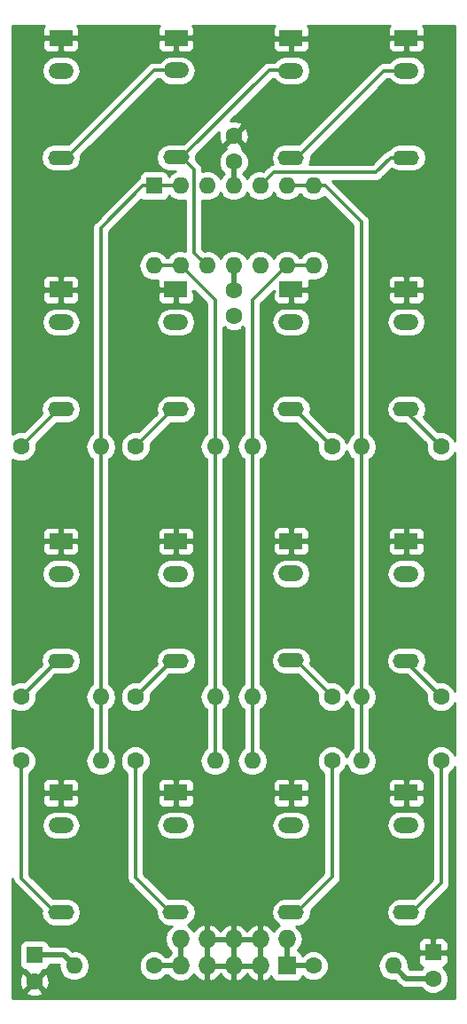
<source format=gbr>
G04 #@! TF.GenerationSoftware,KiCad,Pcbnew,(5.0.1)-4*
G04 #@! TF.CreationDate,2019-03-05T01:40:26-06:00*
G04 #@! TF.ProjectId,mult,6D756C742E6B696361645F7063620000,rev?*
G04 #@! TF.SameCoordinates,Original*
G04 #@! TF.FileFunction,Copper,L1,Top,Signal*
G04 #@! TF.FilePolarity,Positive*
%FSLAX46Y46*%
G04 Gerber Fmt 4.6, Leading zero omitted, Abs format (unit mm)*
G04 Created by KiCad (PCBNEW (5.0.1)-4) date 3/5/2019 1:40:26*
%MOMM*%
%LPD*%
G01*
G04 APERTURE LIST*
G04 #@! TA.AperFunction,ComponentPad*
%ADD10O,2.400000X1.500000*%
G04 #@! TD*
G04 #@! TA.AperFunction,ComponentPad*
%ADD11R,2.200000X1.500000*%
G04 #@! TD*
G04 #@! TA.AperFunction,ComponentPad*
%ADD12O,2.500000X1.400000*%
G04 #@! TD*
G04 #@! TA.AperFunction,ComponentPad*
%ADD13C,1.600000*%
G04 #@! TD*
G04 #@! TA.AperFunction,ComponentPad*
%ADD14R,1.600000X1.600000*%
G04 #@! TD*
G04 #@! TA.AperFunction,ComponentPad*
%ADD15O,1.600000X1.600000*%
G04 #@! TD*
G04 #@! TA.AperFunction,ComponentPad*
%ADD16R,1.727200X1.727200*%
G04 #@! TD*
G04 #@! TA.AperFunction,ComponentPad*
%ADD17O,1.727200X1.727200*%
G04 #@! TD*
G04 #@! TA.AperFunction,Conductor*
%ADD18C,0.350000*%
G04 #@! TD*
G04 #@! TA.AperFunction,Conductor*
%ADD19C,0.500000*%
G04 #@! TD*
G04 #@! TA.AperFunction,Conductor*
%ADD20C,0.254000*%
G04 #@! TD*
G04 APERTURE END LIST*
D10*
G04 #@! TO.P,J1,TN*
G04 #@! TO.N,Net-(J1-PadTN)*
X-169374000Y132178000D03*
D11*
G04 #@! TO.P,J1,S*
G04 #@! TO.N,GND*
X-169374000Y135278000D03*
D12*
G04 #@! TO.P,J1,T*
G04 #@! TO.N,Net-(J1-PadT)*
X-169374000Y123878000D03*
G04 #@! TD*
D13*
G04 #@! TO.P,C1,1*
G04 #@! TO.N,+12V*
X-152864000Y123467000D03*
G04 #@! TO.P,C1,2*
G04 #@! TO.N,GND*
X-152864000Y125967000D03*
G04 #@! TD*
G04 #@! TO.P,C2,2*
G04 #@! TO.N,-12V*
X-152864000Y111235000D03*
G04 #@! TO.P,C2,1*
G04 #@! TO.N,GND*
X-152864000Y108735000D03*
G04 #@! TD*
D14*
G04 #@! TO.P,C3,1*
G04 #@! TO.N,+12V*
X-171914000Y47775000D03*
D13*
G04 #@! TO.P,C3,2*
G04 #@! TO.N,GND*
X-171914000Y45275000D03*
G04 #@! TD*
G04 #@! TO.P,C4,2*
G04 #@! TO.N,-12V*
X-133814000Y45529000D03*
D14*
G04 #@! TO.P,C4,1*
G04 #@! TO.N,GND*
X-133814000Y48029000D03*
G04 #@! TD*
D10*
G04 #@! TO.P,J2,TN*
G04 #@! TO.N,Net-(J1-PadT)*
X-158363100Y132190700D03*
D11*
G04 #@! TO.P,J2,S*
G04 #@! TO.N,GND*
X-158363100Y135290700D03*
D12*
G04 #@! TO.P,J2,T*
G04 #@! TO.N,Net-(J2-PadT)*
X-158363100Y123890700D03*
G04 #@! TD*
D10*
G04 #@! TO.P,J3,TN*
G04 #@! TO.N,Net-(J2-PadT)*
X-147377600Y132165300D03*
D11*
G04 #@! TO.P,J3,S*
G04 #@! TO.N,GND*
X-147377600Y135265300D03*
D12*
G04 #@! TO.P,J3,T*
G04 #@! TO.N,Net-(J3-PadT)*
X-147377600Y123865300D03*
G04 #@! TD*
G04 #@! TO.P,J4,T*
G04 #@! TO.N,Net-(J4-PadT)*
X-136379400Y123878000D03*
D11*
G04 #@! TO.P,J4,S*
G04 #@! TO.N,GND*
X-136379400Y135278000D03*
D10*
G04 #@! TO.P,J4,TN*
G04 #@! TO.N,Net-(J3-PadT)*
X-136379400Y132178000D03*
G04 #@! TD*
D12*
G04 #@! TO.P,J5,T*
G04 #@! TO.N,Net-(J5-PadT)*
X-169374000Y99875000D03*
D11*
G04 #@! TO.P,J5,S*
G04 #@! TO.N,GND*
X-169374000Y111275000D03*
D10*
G04 #@! TO.P,J5,TN*
G04 #@! TO.N,Net-(J5-PadTN)*
X-169374000Y108175000D03*
G04 #@! TD*
D12*
G04 #@! TO.P,J6,T*
G04 #@! TO.N,Net-(J6-PadT)*
X-169374000Y75872000D03*
D11*
G04 #@! TO.P,J6,S*
G04 #@! TO.N,GND*
X-169374000Y87272000D03*
D10*
G04 #@! TO.P,J6,TN*
G04 #@! TO.N,Net-(J6-PadTN)*
X-169374000Y84172000D03*
G04 #@! TD*
D12*
G04 #@! TO.P,J7,T*
G04 #@! TO.N,Net-(J7-PadT)*
X-169374000Y51869000D03*
D11*
G04 #@! TO.P,J7,S*
G04 #@! TO.N,GND*
X-169374000Y63269000D03*
D10*
G04 #@! TO.P,J7,TN*
G04 #@! TO.N,Net-(J7-PadTN)*
X-169374000Y60169000D03*
G04 #@! TD*
G04 #@! TO.P,J8,TN*
G04 #@! TO.N,Net-(J8-PadTN)*
X-158388500Y108175000D03*
D11*
G04 #@! TO.P,J8,S*
G04 #@! TO.N,GND*
X-158388500Y111275000D03*
D12*
G04 #@! TO.P,J8,T*
G04 #@! TO.N,Net-(J8-PadT)*
X-158388500Y99875000D03*
G04 #@! TD*
G04 #@! TO.P,J9,T*
G04 #@! TO.N,Net-(J9-PadT)*
X-158388500Y75872000D03*
D11*
G04 #@! TO.P,J9,S*
G04 #@! TO.N,GND*
X-158388500Y87272000D03*
D10*
G04 #@! TO.P,J9,TN*
G04 #@! TO.N,Net-(J9-PadTN)*
X-158388500Y84172000D03*
G04 #@! TD*
G04 #@! TO.P,J10,TN*
G04 #@! TO.N,Net-(J10-PadTN)*
X-158388500Y60169000D03*
D11*
G04 #@! TO.P,J10,S*
G04 #@! TO.N,GND*
X-158388500Y63269000D03*
D12*
G04 #@! TO.P,J10,T*
G04 #@! TO.N,Net-(J10-PadT)*
X-158388500Y51869000D03*
G04 #@! TD*
D10*
G04 #@! TO.P,J11,TN*
G04 #@! TO.N,Net-(J11-PadTN)*
X-147377600Y108187700D03*
D11*
G04 #@! TO.P,J11,S*
G04 #@! TO.N,GND*
X-147377600Y111287700D03*
D12*
G04 #@! TO.P,J11,T*
G04 #@! TO.N,Net-(J11-PadT)*
X-147377600Y99887700D03*
G04 #@! TD*
G04 #@! TO.P,J12,T*
G04 #@! TO.N,Net-(J12-PadT)*
X-147377600Y75884700D03*
D11*
G04 #@! TO.P,J12,S*
G04 #@! TO.N,GND*
X-147377600Y87284700D03*
D10*
G04 #@! TO.P,J12,TN*
G04 #@! TO.N,Net-(J12-PadTN)*
X-147377600Y84184700D03*
G04 #@! TD*
G04 #@! TO.P,J13,TN*
G04 #@! TO.N,Net-(J13-PadTN)*
X-147377600Y60169000D03*
D11*
G04 #@! TO.P,J13,S*
G04 #@! TO.N,GND*
X-147377600Y63269000D03*
D12*
G04 #@! TO.P,J13,T*
G04 #@! TO.N,Net-(J13-PadT)*
X-147377600Y51869000D03*
G04 #@! TD*
G04 #@! TO.P,J14,T*
G04 #@! TO.N,Net-(J14-PadT)*
X-136379400Y99887700D03*
D11*
G04 #@! TO.P,J14,S*
G04 #@! TO.N,GND*
X-136379400Y111287700D03*
D10*
G04 #@! TO.P,J14,TN*
G04 #@! TO.N,Net-(J14-PadTN)*
X-136379400Y108187700D03*
G04 #@! TD*
D12*
G04 #@! TO.P,J15,T*
G04 #@! TO.N,Net-(J15-PadT)*
X-136379400Y75872000D03*
D11*
G04 #@! TO.P,J15,S*
G04 #@! TO.N,GND*
X-136379400Y87272000D03*
D10*
G04 #@! TO.P,J15,TN*
G04 #@! TO.N,Net-(J15-PadTN)*
X-136379400Y84172000D03*
G04 #@! TD*
G04 #@! TO.P,J16,TN*
G04 #@! TO.N,Net-(J16-PadTN)*
X-136379400Y60181700D03*
D11*
G04 #@! TO.P,J16,S*
G04 #@! TO.N,GND*
X-136379400Y63281700D03*
D12*
G04 #@! TO.P,J16,T*
G04 #@! TO.N,Net-(J16-PadT)*
X-136379400Y51881700D03*
G04 #@! TD*
D14*
G04 #@! TO.P,U1,1*
G04 #@! TO.N,Net-(R1-Pad2)*
X-160484000Y121181000D03*
D15*
G04 #@! TO.P,U1,8*
G04 #@! TO.N,Net-(R7-Pad2)*
X-145244000Y113561000D03*
G04 #@! TO.P,U1,2*
G04 #@! TO.N,Net-(R1-Pad2)*
X-157944000Y121181000D03*
G04 #@! TO.P,U1,9*
G04 #@! TO.N,Net-(R7-Pad2)*
X-147784000Y113561000D03*
G04 #@! TO.P,U1,3*
G04 #@! TO.N,Net-(J1-PadT)*
X-155404000Y121181000D03*
G04 #@! TO.P,U1,10*
G04 #@! TO.N,Net-(J3-PadT)*
X-150324000Y113561000D03*
G04 #@! TO.P,U1,4*
G04 #@! TO.N,+12V*
X-152864000Y121181000D03*
G04 #@! TO.P,U1,11*
G04 #@! TO.N,-12V*
X-152864000Y113561000D03*
G04 #@! TO.P,U1,5*
G04 #@! TO.N,Net-(J4-PadT)*
X-150324000Y121181000D03*
G04 #@! TO.P,U1,12*
G04 #@! TO.N,Net-(J2-PadT)*
X-155404000Y113561000D03*
G04 #@! TO.P,U1,6*
G04 #@! TO.N,Net-(R10-Pad2)*
X-147784000Y121181000D03*
G04 #@! TO.P,U1,13*
G04 #@! TO.N,Net-(R4-Pad2)*
X-157944000Y113561000D03*
G04 #@! TO.P,U1,7*
G04 #@! TO.N,Net-(R10-Pad2)*
X-145244000Y121181000D03*
G04 #@! TO.P,U1,14*
G04 #@! TO.N,Net-(R4-Pad2)*
X-160484000Y113561000D03*
G04 #@! TD*
D16*
G04 #@! TO.P,JP1,1*
G04 #@! TO.N,Net-(JP1-Pad1)*
X-147784000Y46759000D03*
D17*
G04 #@! TO.P,JP1,2*
X-147784000Y49299000D03*
G04 #@! TO.P,JP1,3*
G04 #@! TO.N,GND*
X-150324000Y46759000D03*
G04 #@! TO.P,JP1,4*
X-150324000Y49299000D03*
G04 #@! TO.P,JP1,5*
X-152864000Y46759000D03*
G04 #@! TO.P,JP1,6*
X-152864000Y49299000D03*
G04 #@! TO.P,JP1,7*
X-155404000Y46759000D03*
G04 #@! TO.P,JP1,8*
X-155404000Y49299000D03*
G04 #@! TO.P,JP1,9*
G04 #@! TO.N,Net-(JP1-Pad10)*
X-157944000Y46759000D03*
G04 #@! TO.P,JP1,10*
X-157944000Y49299000D03*
G04 #@! TD*
D15*
G04 #@! TO.P,R1,2*
G04 #@! TO.N,Net-(R1-Pad2)*
X-165564000Y96289000D03*
D13*
G04 #@! TO.P,R1,1*
G04 #@! TO.N,Net-(J5-PadT)*
X-173184000Y96289000D03*
G04 #@! TD*
G04 #@! TO.P,R2,1*
G04 #@! TO.N,Net-(J6-PadT)*
X-173184000Y72413000D03*
D15*
G04 #@! TO.P,R2,2*
G04 #@! TO.N,Net-(R1-Pad2)*
X-165564000Y72413000D03*
G04 #@! TD*
G04 #@! TO.P,R3,2*
G04 #@! TO.N,Net-(R1-Pad2)*
X-165564000Y66317000D03*
D13*
G04 #@! TO.P,R3,1*
G04 #@! TO.N,Net-(J7-PadT)*
X-173184000Y66317000D03*
G04 #@! TD*
D15*
G04 #@! TO.P,R4,2*
G04 #@! TO.N,Net-(R4-Pad2)*
X-154642000Y96289000D03*
D13*
G04 #@! TO.P,R4,1*
G04 #@! TO.N,Net-(J8-PadT)*
X-162262000Y96289000D03*
G04 #@! TD*
G04 #@! TO.P,R5,1*
G04 #@! TO.N,Net-(J9-PadT)*
X-162262000Y72413000D03*
D15*
G04 #@! TO.P,R5,2*
G04 #@! TO.N,Net-(R4-Pad2)*
X-154642000Y72413000D03*
G04 #@! TD*
G04 #@! TO.P,R6,2*
G04 #@! TO.N,Net-(R4-Pad2)*
X-154642000Y66317000D03*
D13*
G04 #@! TO.P,R6,1*
G04 #@! TO.N,Net-(J10-PadT)*
X-162262000Y66317000D03*
G04 #@! TD*
G04 #@! TO.P,R7,1*
G04 #@! TO.N,Net-(J11-PadT)*
X-143466000Y96289000D03*
D15*
G04 #@! TO.P,R7,2*
G04 #@! TO.N,Net-(R7-Pad2)*
X-151086000Y96289000D03*
G04 #@! TD*
G04 #@! TO.P,R8,2*
G04 #@! TO.N,Net-(R7-Pad2)*
X-151086000Y72413000D03*
D13*
G04 #@! TO.P,R8,1*
G04 #@! TO.N,Net-(J12-PadT)*
X-143466000Y72413000D03*
G04 #@! TD*
G04 #@! TO.P,R9,1*
G04 #@! TO.N,Net-(J13-PadT)*
X-143466000Y66317000D03*
D15*
G04 #@! TO.P,R9,2*
G04 #@! TO.N,Net-(R7-Pad2)*
X-151086000Y66317000D03*
G04 #@! TD*
G04 #@! TO.P,R10,2*
G04 #@! TO.N,Net-(R10-Pad2)*
X-140672000Y96289000D03*
D13*
G04 #@! TO.P,R10,1*
G04 #@! TO.N,Net-(J14-PadT)*
X-133052000Y96289000D03*
G04 #@! TD*
G04 #@! TO.P,R11,1*
G04 #@! TO.N,Net-(J15-PadT)*
X-133052000Y72413000D03*
D15*
G04 #@! TO.P,R11,2*
G04 #@! TO.N,Net-(R10-Pad2)*
X-140672000Y72413000D03*
G04 #@! TD*
D13*
G04 #@! TO.P,R12,1*
G04 #@! TO.N,Net-(J16-PadT)*
X-133052000Y66317000D03*
D15*
G04 #@! TO.P,R12,2*
G04 #@! TO.N,Net-(R10-Pad2)*
X-140672000Y66317000D03*
G04 #@! TD*
D13*
G04 #@! TO.P,R13,1*
G04 #@! TO.N,Net-(JP1-Pad1)*
X-145244000Y46759000D03*
D15*
G04 #@! TO.P,R13,2*
G04 #@! TO.N,-12V*
X-137624000Y46759000D03*
G04 #@! TD*
G04 #@! TO.P,R14,2*
G04 #@! TO.N,+12V*
X-168104000Y46759000D03*
D13*
G04 #@! TO.P,R14,1*
G04 #@! TO.N,Net-(JP1-Pad10)*
X-160484000Y46759000D03*
G04 #@! TD*
D18*
G04 #@! TO.N,Net-(J1-PadT)*
X-168824000Y123878000D02*
X-169374000Y123878000D01*
X-160484000Y132190700D02*
X-168824000Y123878000D01*
X-158363100Y132190700D02*
X-160484000Y132190700D01*
G04 #@! TO.N,Net-(J2-PadT)*
X-149473100Y132203400D02*
X-157813100Y123890700D01*
X-147352200Y132203400D02*
X-149473100Y132203400D01*
X-156674000Y122705000D02*
X-156674000Y114784400D01*
X-158363100Y123890700D02*
X-157813100Y123890700D01*
X-157813100Y123890700D02*
X-156674000Y122705000D01*
X-156203999Y114360999D02*
X-155404000Y113561000D01*
X-156674000Y114784400D02*
X-156203999Y114360999D01*
G04 #@! TO.N,Net-(J3-PadT)*
X-138487600Y132178000D02*
X-146827600Y123865300D01*
X-136366700Y132178000D02*
X-138487600Y132178000D01*
G04 #@! TO.N,Net-(J4-PadT)*
X-149524001Y121980999D02*
X-150324000Y121181000D01*
X-139306400Y122451000D02*
X-149054000Y122451000D01*
X-149054000Y122451000D02*
X-149524001Y121980999D01*
X-137879400Y123878000D02*
X-139306400Y122451000D01*
X-136379400Y123878000D02*
X-137879400Y123878000D01*
G04 #@! TO.N,Net-(J5-PadT)*
X-169598000Y99875000D02*
X-169374000Y99875000D01*
X-173184000Y96289000D02*
X-169598000Y99875000D01*
G04 #@! TO.N,Net-(J6-PadT)*
X-169725000Y75872000D02*
X-169374000Y75872000D01*
X-173184000Y72413000D02*
X-169725000Y75872000D01*
G04 #@! TO.N,Net-(J7-PadT)*
X-169924000Y51869000D02*
X-169374000Y51869000D01*
X-173184000Y55129000D02*
X-169924000Y51869000D01*
X-173184000Y66317000D02*
X-173184000Y55129000D01*
G04 #@! TO.N,Net-(J8-PadT)*
X-158676000Y99875000D02*
X-158388500Y99875000D01*
X-162262000Y96289000D02*
X-158676000Y99875000D01*
G04 #@! TO.N,Net-(J9-PadT)*
X-158803000Y75872000D02*
X-158388500Y75872000D01*
X-162262000Y72413000D02*
X-158803000Y75872000D01*
G04 #@! TO.N,Net-(J10-PadT)*
X-158938500Y51869000D02*
X-158388500Y51869000D01*
X-162262000Y55192500D02*
X-158938500Y51869000D01*
X-162262000Y66317000D02*
X-162262000Y55192500D01*
G04 #@! TO.N,Net-(J11-PadT)*
X-147064700Y99887700D02*
X-147377600Y99887700D01*
X-143466000Y96289000D02*
X-147064700Y99887700D01*
G04 #@! TO.N,Net-(J12-PadT)*
X-146937700Y75884700D02*
X-147377600Y75884700D01*
X-143466000Y72413000D02*
X-146937700Y75884700D01*
G04 #@! TO.N,Net-(J13-PadT)*
X-146827600Y51869000D02*
X-147377600Y51869000D01*
X-143466000Y55230600D02*
X-146827600Y51869000D01*
X-143466000Y66317000D02*
X-143466000Y55230600D01*
G04 #@! TO.N,Net-(J14-PadT)*
X-136379400Y99616400D02*
X-136379400Y99887700D01*
X-133052000Y96289000D02*
X-136379400Y99616400D01*
G04 #@! TO.N,Net-(J15-PadT)*
X-136379400Y75740400D02*
X-136379400Y75872000D01*
X-133052000Y72413000D02*
X-136379400Y75740400D01*
G04 #@! TO.N,Net-(J16-PadT)*
X-135829400Y51881700D02*
X-136379400Y51881700D01*
X-133052000Y54659100D02*
X-135829400Y51881700D01*
X-133052000Y66317000D02*
X-133052000Y54659100D01*
G04 #@! TO.N,Net-(R1-Pad2)*
X-165564000Y72413000D02*
X-165564000Y66317000D01*
X-165564000Y95157630D02*
X-165564000Y72413000D01*
X-165564000Y96289000D02*
X-165564000Y95157630D01*
X-159434000Y121181000D02*
X-157944000Y121181000D01*
X-160484000Y121181000D02*
X-159434000Y121181000D01*
X-161534000Y121181000D02*
X-165564000Y117151000D01*
X-160484000Y121181000D02*
X-161534000Y121181000D01*
X-165564000Y117151000D02*
X-165564000Y97420370D01*
X-165564000Y97420370D02*
X-165564000Y96289000D01*
G04 #@! TO.N,Net-(R4-Pad2)*
X-154642000Y71281630D02*
X-154642000Y66317000D01*
X-154642000Y72413000D02*
X-154642000Y71281630D01*
X-154642000Y73544370D02*
X-154642000Y96289000D01*
X-154642000Y72413000D02*
X-154642000Y73544370D01*
X-159352630Y113561000D02*
X-157944000Y113561000D01*
X-160484000Y113561000D02*
X-159352630Y113561000D01*
X-157944000Y113561000D02*
X-154642000Y110259000D01*
X-154642000Y110259000D02*
X-154642000Y96289000D01*
G04 #@! TO.N,Net-(R7-Pad2)*
X-151086000Y72413000D02*
X-151086000Y66317000D01*
X-151086000Y95157630D02*
X-151086000Y72413000D01*
X-151086000Y96289000D02*
X-151086000Y95157630D01*
X-146652630Y113561000D02*
X-145244000Y113561000D01*
X-147784000Y113561000D02*
X-146652630Y113561000D01*
X-151086000Y110259000D02*
X-151086000Y96289000D01*
X-147784000Y113561000D02*
X-151086000Y110259000D01*
G04 #@! TO.N,Net-(R10-Pad2)*
X-146652630Y121181000D02*
X-145244000Y121181000D01*
X-147784000Y121181000D02*
X-146652630Y121181000D01*
X-140672000Y71281630D02*
X-140672000Y66317000D01*
X-140672000Y72413000D02*
X-140672000Y71281630D01*
X-140672000Y96289000D02*
X-140672000Y72413000D01*
X-140672000Y97420370D02*
X-140672000Y96289000D01*
X-140672000Y117740370D02*
X-140672000Y97420370D01*
X-144112630Y121181000D02*
X-140672000Y117740370D01*
X-145244000Y121181000D02*
X-144112630Y121181000D01*
D19*
G04 #@! TO.N,+12V*
X-169120000Y47775000D02*
X-168104000Y46759000D01*
X-171914000Y47775000D02*
X-169120000Y47775000D01*
X-152864000Y123467000D02*
X-152864000Y121181000D01*
G04 #@! TO.N,-12V*
X-136394000Y45529000D02*
X-133814000Y45529000D01*
X-137624000Y46759000D02*
X-136394000Y45529000D01*
X-152864000Y111235000D02*
X-152864000Y113561000D01*
G04 #@! TO.N,Net-(JP1-Pad1)*
X-145244000Y46759000D02*
X-147784000Y46759000D01*
X-147784000Y49299000D02*
X-147784000Y46759000D01*
G04 #@! TO.N,Net-(JP1-Pad10)*
X-157944000Y49299000D02*
X-157944000Y46759000D01*
X-160484000Y46759000D02*
X-157944000Y46759000D01*
G04 #@! TD*
D20*
G04 #@! TO.N,GND*
G36*
X-171012327Y136387699D02*
X-171109000Y136154310D01*
X-171109000Y135563750D01*
X-170950250Y135405000D01*
X-169501000Y135405000D01*
X-169501000Y135425000D01*
X-169247000Y135425000D01*
X-169247000Y135405000D01*
X-167797750Y135405000D01*
X-167639000Y135563750D01*
X-167639000Y136154310D01*
X-167735673Y136387699D01*
X-167820974Y136473000D01*
X-159928826Y136473000D01*
X-160001427Y136400399D01*
X-160098100Y136167010D01*
X-160098100Y135576450D01*
X-159939350Y135417700D01*
X-158490100Y135417700D01*
X-158490100Y135437700D01*
X-158236100Y135437700D01*
X-158236100Y135417700D01*
X-156786850Y135417700D01*
X-156628100Y135576450D01*
X-156628100Y136167010D01*
X-156724773Y136400399D01*
X-156797374Y136473000D01*
X-148917925Y136473000D01*
X-149015927Y136374999D01*
X-149112600Y136141610D01*
X-149112600Y135551050D01*
X-148953850Y135392300D01*
X-147504600Y135392300D01*
X-147504600Y135412300D01*
X-147250600Y135412300D01*
X-147250600Y135392300D01*
X-145801350Y135392300D01*
X-145642600Y135551050D01*
X-145642600Y136141610D01*
X-145739273Y136374999D01*
X-145837275Y136473000D01*
X-137932426Y136473000D01*
X-138017727Y136387699D01*
X-138114400Y136154310D01*
X-138114400Y135563750D01*
X-137955650Y135405000D01*
X-136506400Y135405000D01*
X-136506400Y135425000D01*
X-136252400Y135425000D01*
X-136252400Y135405000D01*
X-134803150Y135405000D01*
X-134644400Y135563750D01*
X-134644400Y136154310D01*
X-134741073Y136387699D01*
X-134826374Y136473000D01*
X-131730000Y136473000D01*
X-131730000Y96847244D01*
X-131835466Y97101862D01*
X-132239138Y97505534D01*
X-132766561Y97724000D01*
X-133337439Y97724000D01*
X-133340302Y97722814D01*
X-134737058Y99119570D01*
X-134571858Y99366809D01*
X-134468246Y99887700D01*
X-134571858Y100408591D01*
X-134866919Y100850181D01*
X-135308509Y101145242D01*
X-135697915Y101222700D01*
X-137060885Y101222700D01*
X-137450291Y101145242D01*
X-137891881Y100850181D01*
X-138186942Y100408591D01*
X-138290554Y99887700D01*
X-138186942Y99366809D01*
X-137891881Y98925219D01*
X-137450291Y98630158D01*
X-137060885Y98552700D01*
X-136461212Y98552700D01*
X-134485814Y96577302D01*
X-134487000Y96574439D01*
X-134487000Y96003561D01*
X-134268534Y95476138D01*
X-133864862Y95072466D01*
X-133337439Y94854000D01*
X-132766561Y94854000D01*
X-132239138Y95072466D01*
X-131835466Y95476138D01*
X-131730000Y95730756D01*
X-131729999Y72971243D01*
X-131835466Y73225862D01*
X-132239138Y73629534D01*
X-132766561Y73848000D01*
X-133337439Y73848000D01*
X-133340302Y73846814D01*
X-134681102Y75187614D01*
X-134571858Y75351109D01*
X-134468246Y75872000D01*
X-134571858Y76392891D01*
X-134866919Y76834481D01*
X-135308509Y77129542D01*
X-135697915Y77207000D01*
X-137060885Y77207000D01*
X-137450291Y77129542D01*
X-137891881Y76834481D01*
X-138186942Y76392891D01*
X-138290554Y75872000D01*
X-138186942Y75351109D01*
X-137891881Y74909519D01*
X-137450291Y74614458D01*
X-137060885Y74537000D01*
X-136321512Y74537000D01*
X-134485814Y72701302D01*
X-134487000Y72698439D01*
X-134487000Y72127561D01*
X-134268534Y71600138D01*
X-133864862Y71196466D01*
X-133337439Y70978000D01*
X-132766561Y70978000D01*
X-132239138Y71196466D01*
X-131835466Y71600138D01*
X-131729999Y71854757D01*
X-131729999Y66875243D01*
X-131835466Y67129862D01*
X-132239138Y67533534D01*
X-132766561Y67752000D01*
X-133337439Y67752000D01*
X-133864862Y67533534D01*
X-134268534Y67129862D01*
X-134487000Y66602439D01*
X-134487000Y66031561D01*
X-134268534Y65504138D01*
X-133864862Y65100466D01*
X-133862000Y65099280D01*
X-133861999Y54994614D01*
X-135649536Y53207077D01*
X-135697915Y53216700D01*
X-137060885Y53216700D01*
X-137450291Y53139242D01*
X-137891881Y52844181D01*
X-138186942Y52402591D01*
X-138290554Y51881700D01*
X-138186942Y51360809D01*
X-137891881Y50919219D01*
X-137450291Y50624158D01*
X-137060885Y50546700D01*
X-135697915Y50546700D01*
X-135308509Y50624158D01*
X-134866919Y50919219D01*
X-134571858Y51360809D01*
X-134468246Y51881700D01*
X-134504023Y52061564D01*
X-132535653Y54029934D01*
X-132468023Y54075123D01*
X-132315672Y54303132D01*
X-132288997Y54343053D01*
X-132226132Y54659100D01*
X-132242000Y54738874D01*
X-132242000Y65099281D01*
X-132239138Y65100466D01*
X-131835466Y65504138D01*
X-131729999Y65758757D01*
X-131729999Y43659000D01*
X-173998000Y43659000D01*
X-173998000Y44267255D01*
X-172742139Y44267255D01*
X-172668005Y44021136D01*
X-172130777Y43828035D01*
X-171560546Y43855222D01*
X-171159995Y44021136D01*
X-171085861Y44267255D01*
X-171914000Y45095395D01*
X-172742139Y44267255D01*
X-173998000Y44267255D01*
X-173998000Y45491777D01*
X-173360965Y45491777D01*
X-173333778Y44921546D01*
X-173167864Y44520995D01*
X-172921745Y44446861D01*
X-172093605Y45275000D01*
X-171734395Y45275000D01*
X-170906255Y44446861D01*
X-170660136Y44520995D01*
X-170467035Y45058223D01*
X-170494222Y45628454D01*
X-170660136Y46029005D01*
X-170906255Y46103139D01*
X-171734395Y45275000D01*
X-172093605Y45275000D01*
X-172921745Y46103139D01*
X-173167864Y46029005D01*
X-173360965Y45491777D01*
X-173998000Y45491777D01*
X-173998000Y48575000D01*
X-173361440Y48575000D01*
X-173361440Y46975000D01*
X-173312157Y46727235D01*
X-173171809Y46517191D01*
X-172961765Y46376843D01*
X-172727813Y46330307D01*
X-172742139Y46282745D01*
X-171914000Y45454605D01*
X-171085861Y46282745D01*
X-171100187Y46330307D01*
X-170866235Y46376843D01*
X-170656191Y46517191D01*
X-170515843Y46727235D01*
X-170483467Y46890000D01*
X-169541055Y46890000D01*
X-169567113Y46759000D01*
X-169455740Y46199091D01*
X-169138577Y45724423D01*
X-168663909Y45407260D01*
X-168245333Y45324000D01*
X-167962667Y45324000D01*
X-167544091Y45407260D01*
X-167069423Y45724423D01*
X-166752260Y46199091D01*
X-166640887Y46759000D01*
X-166752260Y47318909D01*
X-167069423Y47793577D01*
X-167544091Y48110740D01*
X-167962667Y48194000D01*
X-168245333Y48194000D01*
X-168280439Y48187017D01*
X-168432575Y48339153D01*
X-168481951Y48413049D01*
X-168774690Y48608652D01*
X-169032835Y48660000D01*
X-169032839Y48660000D01*
X-169120000Y48677337D01*
X-169207161Y48660000D01*
X-170483467Y48660000D01*
X-170515843Y48822765D01*
X-170656191Y49032809D01*
X-170866235Y49173157D01*
X-171114000Y49222440D01*
X-172714000Y49222440D01*
X-172961765Y49173157D01*
X-173171809Y49032809D01*
X-173312157Y48822765D01*
X-173361440Y48575000D01*
X-173998000Y48575000D01*
X-173998000Y55069336D01*
X-173967211Y54914553D01*
X-173947002Y54812954D01*
X-173767976Y54545023D01*
X-173700346Y54499834D01*
X-171249377Y52048864D01*
X-171285154Y51869000D01*
X-171181542Y51348109D01*
X-170886481Y50906519D01*
X-170444891Y50611458D01*
X-170055485Y50534000D01*
X-168692515Y50534000D01*
X-168303109Y50611458D01*
X-167861519Y50906519D01*
X-167566458Y51348109D01*
X-167462846Y51869000D01*
X-167566458Y52389891D01*
X-167861519Y52831481D01*
X-168303109Y53126542D01*
X-168692515Y53204000D01*
X-170055485Y53204000D01*
X-170103864Y53194377D01*
X-172374000Y55464512D01*
X-172374000Y60169000D01*
X-171236133Y60169000D01*
X-171128641Y59628600D01*
X-170822529Y59170471D01*
X-170364400Y58864359D01*
X-169960407Y58784000D01*
X-168787593Y58784000D01*
X-168383600Y58864359D01*
X-167925471Y59170471D01*
X-167619359Y59628600D01*
X-167511867Y60169000D01*
X-167619359Y60709400D01*
X-167925471Y61167529D01*
X-168383600Y61473641D01*
X-168787593Y61554000D01*
X-169960407Y61554000D01*
X-170364400Y61473641D01*
X-170822529Y61167529D01*
X-171128641Y60709400D01*
X-171236133Y60169000D01*
X-172374000Y60169000D01*
X-172374000Y62983250D01*
X-171109000Y62983250D01*
X-171109000Y62392690D01*
X-171012327Y62159301D01*
X-170833698Y61980673D01*
X-170600309Y61884000D01*
X-169659750Y61884000D01*
X-169501000Y62042750D01*
X-169501000Y63142000D01*
X-169247000Y63142000D01*
X-169247000Y62042750D01*
X-169088250Y61884000D01*
X-168147691Y61884000D01*
X-167914302Y61980673D01*
X-167735673Y62159301D01*
X-167639000Y62392690D01*
X-167639000Y62983250D01*
X-167797750Y63142000D01*
X-169247000Y63142000D01*
X-169501000Y63142000D01*
X-170950250Y63142000D01*
X-171109000Y62983250D01*
X-172374000Y62983250D01*
X-172374000Y64145310D01*
X-171109000Y64145310D01*
X-171109000Y63554750D01*
X-170950250Y63396000D01*
X-169501000Y63396000D01*
X-169501000Y64495250D01*
X-169247000Y64495250D01*
X-169247000Y63396000D01*
X-167797750Y63396000D01*
X-167639000Y63554750D01*
X-167639000Y64145310D01*
X-167735673Y64378699D01*
X-167914302Y64557327D01*
X-168147691Y64654000D01*
X-169088250Y64654000D01*
X-169247000Y64495250D01*
X-169501000Y64495250D01*
X-169659750Y64654000D01*
X-170600309Y64654000D01*
X-170833698Y64557327D01*
X-171012327Y64378699D01*
X-171109000Y64145310D01*
X-172374000Y64145310D01*
X-172374000Y65099281D01*
X-172371138Y65100466D01*
X-171967466Y65504138D01*
X-171749000Y66031561D01*
X-171749000Y66602439D01*
X-171967466Y67129862D01*
X-172371138Y67533534D01*
X-172898561Y67752000D01*
X-173469439Y67752000D01*
X-173996862Y67533534D01*
X-173998000Y67532396D01*
X-173998000Y71197604D01*
X-173996862Y71196466D01*
X-173469439Y70978000D01*
X-172898561Y70978000D01*
X-172371138Y71196466D01*
X-171967466Y71600138D01*
X-171749000Y72127561D01*
X-171749000Y72698439D01*
X-171750186Y72701302D01*
X-169914487Y74537000D01*
X-168692515Y74537000D01*
X-168303109Y74614458D01*
X-167861519Y74909519D01*
X-167566458Y75351109D01*
X-167462846Y75872000D01*
X-167566458Y76392891D01*
X-167861519Y76834481D01*
X-168303109Y77129542D01*
X-168692515Y77207000D01*
X-170055485Y77207000D01*
X-170444891Y77129542D01*
X-170886481Y76834481D01*
X-171181542Y76392891D01*
X-171285154Y75872000D01*
X-171216360Y75526152D01*
X-172895698Y73846814D01*
X-172898561Y73848000D01*
X-173469439Y73848000D01*
X-173996862Y73629534D01*
X-173998000Y73628396D01*
X-173998000Y84172000D01*
X-171236133Y84172000D01*
X-171128641Y83631600D01*
X-170822529Y83173471D01*
X-170364400Y82867359D01*
X-169960407Y82787000D01*
X-168787593Y82787000D01*
X-168383600Y82867359D01*
X-167925471Y83173471D01*
X-167619359Y83631600D01*
X-167511867Y84172000D01*
X-167619359Y84712400D01*
X-167925471Y85170529D01*
X-168383600Y85476641D01*
X-168787593Y85557000D01*
X-169960407Y85557000D01*
X-170364400Y85476641D01*
X-170822529Y85170529D01*
X-171128641Y84712400D01*
X-171236133Y84172000D01*
X-173998000Y84172000D01*
X-173998000Y86986250D01*
X-171109000Y86986250D01*
X-171109000Y86395690D01*
X-171012327Y86162301D01*
X-170833698Y85983673D01*
X-170600309Y85887000D01*
X-169659750Y85887000D01*
X-169501000Y86045750D01*
X-169501000Y87145000D01*
X-169247000Y87145000D01*
X-169247000Y86045750D01*
X-169088250Y85887000D01*
X-168147691Y85887000D01*
X-167914302Y85983673D01*
X-167735673Y86162301D01*
X-167639000Y86395690D01*
X-167639000Y86986250D01*
X-167797750Y87145000D01*
X-169247000Y87145000D01*
X-169501000Y87145000D01*
X-170950250Y87145000D01*
X-171109000Y86986250D01*
X-173998000Y86986250D01*
X-173998000Y88148310D01*
X-171109000Y88148310D01*
X-171109000Y87557750D01*
X-170950250Y87399000D01*
X-169501000Y87399000D01*
X-169501000Y88498250D01*
X-169247000Y88498250D01*
X-169247000Y87399000D01*
X-167797750Y87399000D01*
X-167639000Y87557750D01*
X-167639000Y88148310D01*
X-167735673Y88381699D01*
X-167914302Y88560327D01*
X-168147691Y88657000D01*
X-169088250Y88657000D01*
X-169247000Y88498250D01*
X-169501000Y88498250D01*
X-169659750Y88657000D01*
X-170600309Y88657000D01*
X-170833698Y88560327D01*
X-171012327Y88381699D01*
X-171109000Y88148310D01*
X-173998000Y88148310D01*
X-173998000Y95073604D01*
X-173996862Y95072466D01*
X-173469439Y94854000D01*
X-172898561Y94854000D01*
X-172371138Y95072466D01*
X-171967466Y95476138D01*
X-171749000Y96003561D01*
X-171749000Y96289000D01*
X-167027113Y96289000D01*
X-166915740Y95729091D01*
X-166598577Y95254423D01*
X-166374000Y95104365D01*
X-166373999Y73597635D01*
X-166598577Y73447577D01*
X-166915740Y72972909D01*
X-167027113Y72413000D01*
X-166915740Y71853091D01*
X-166598577Y71378423D01*
X-166374000Y71228365D01*
X-166373999Y67501635D01*
X-166598577Y67351577D01*
X-166915740Y66876909D01*
X-167027113Y66317000D01*
X-166915740Y65757091D01*
X-166598577Y65282423D01*
X-166123909Y64965260D01*
X-165705333Y64882000D01*
X-165422667Y64882000D01*
X-165004091Y64965260D01*
X-164529423Y65282423D01*
X-164212260Y65757091D01*
X-164100887Y66317000D01*
X-164157664Y66602439D01*
X-163697000Y66602439D01*
X-163697000Y66031561D01*
X-163478534Y65504138D01*
X-163074862Y65100466D01*
X-163072000Y65099280D01*
X-163071999Y55272278D01*
X-163087868Y55192500D01*
X-163032580Y54914553D01*
X-163025002Y54876454D01*
X-162845976Y54608523D01*
X-162778346Y54563334D01*
X-160263877Y52048864D01*
X-160299654Y51869000D01*
X-160196042Y51348109D01*
X-159900981Y50906519D01*
X-159459391Y50611458D01*
X-159069985Y50534000D01*
X-158793100Y50534000D01*
X-159024430Y50379430D01*
X-159355650Y49883725D01*
X-159471959Y49299000D01*
X-159355650Y48714275D01*
X-159024430Y48218570D01*
X-158829000Y48087987D01*
X-158828999Y47970013D01*
X-159024430Y47839430D01*
X-159155012Y47644000D01*
X-159339604Y47644000D01*
X-159671138Y47975534D01*
X-160198561Y48194000D01*
X-160769439Y48194000D01*
X-161296862Y47975534D01*
X-161700534Y47571862D01*
X-161919000Y47044439D01*
X-161919000Y46473561D01*
X-161700534Y45946138D01*
X-161296862Y45542466D01*
X-160769439Y45324000D01*
X-160198561Y45324000D01*
X-159671138Y45542466D01*
X-159339604Y45874000D01*
X-159155012Y45874000D01*
X-159024430Y45678570D01*
X-158528725Y45347350D01*
X-158091598Y45260400D01*
X-157796402Y45260400D01*
X-157359275Y45347350D01*
X-156863570Y45678570D01*
X-156662146Y45980021D01*
X-156610821Y45870510D01*
X-156178947Y45476312D01*
X-155763026Y45304042D01*
X-155531000Y45425183D01*
X-155531000Y46632000D01*
X-155277000Y46632000D01*
X-155277000Y45425183D01*
X-155044974Y45304042D01*
X-154629053Y45476312D01*
X-154197179Y45870510D01*
X-154134000Y46005313D01*
X-154070821Y45870510D01*
X-153638947Y45476312D01*
X-153223026Y45304042D01*
X-152991000Y45425183D01*
X-152991000Y46632000D01*
X-152737000Y46632000D01*
X-152737000Y45425183D01*
X-152504974Y45304042D01*
X-152089053Y45476312D01*
X-151657179Y45870510D01*
X-151594000Y46005313D01*
X-151530821Y45870510D01*
X-151098947Y45476312D01*
X-150683026Y45304042D01*
X-150451000Y45425183D01*
X-150451000Y46632000D01*
X-152737000Y46632000D01*
X-152991000Y46632000D01*
X-155277000Y46632000D01*
X-155531000Y46632000D01*
X-155551000Y46632000D01*
X-155551000Y46886000D01*
X-155531000Y46886000D01*
X-155531000Y49172000D01*
X-155277000Y49172000D01*
X-155277000Y46886000D01*
X-152991000Y46886000D01*
X-152991000Y49172000D01*
X-152737000Y49172000D01*
X-152737000Y46886000D01*
X-150451000Y46886000D01*
X-150451000Y49172000D01*
X-152737000Y49172000D01*
X-152991000Y49172000D01*
X-155277000Y49172000D01*
X-155531000Y49172000D01*
X-155551000Y49172000D01*
X-155551000Y49426000D01*
X-155531000Y49426000D01*
X-155531000Y50632817D01*
X-155277000Y50632817D01*
X-155277000Y49426000D01*
X-152991000Y49426000D01*
X-152991000Y50632817D01*
X-152737000Y50632817D01*
X-152737000Y49426000D01*
X-150451000Y49426000D01*
X-150451000Y50632817D01*
X-150683026Y50753958D01*
X-151098947Y50581688D01*
X-151530821Y50187490D01*
X-151594000Y50052687D01*
X-151657179Y50187490D01*
X-152089053Y50581688D01*
X-152504974Y50753958D01*
X-152737000Y50632817D01*
X-152991000Y50632817D01*
X-153223026Y50753958D01*
X-153638947Y50581688D01*
X-154070821Y50187490D01*
X-154134000Y50052687D01*
X-154197179Y50187490D01*
X-154629053Y50581688D01*
X-155044974Y50753958D01*
X-155277000Y50632817D01*
X-155531000Y50632817D01*
X-155763026Y50753958D01*
X-156178947Y50581688D01*
X-156610821Y50187490D01*
X-156662146Y50077979D01*
X-156863570Y50379430D01*
X-157264216Y50647134D01*
X-156876019Y50906519D01*
X-156580958Y51348109D01*
X-156477346Y51869000D01*
X-156580958Y52389891D01*
X-156876019Y52831481D01*
X-157317609Y53126542D01*
X-157707015Y53204000D01*
X-159069985Y53204000D01*
X-159118364Y53194377D01*
X-161452000Y55528012D01*
X-161452000Y60169000D01*
X-160250633Y60169000D01*
X-160143141Y59628600D01*
X-159837029Y59170471D01*
X-159378900Y58864359D01*
X-158974907Y58784000D01*
X-157802093Y58784000D01*
X-157398100Y58864359D01*
X-156939971Y59170471D01*
X-156633859Y59628600D01*
X-156526367Y60169000D01*
X-149239733Y60169000D01*
X-149132241Y59628600D01*
X-148826129Y59170471D01*
X-148368000Y58864359D01*
X-147964007Y58784000D01*
X-146791193Y58784000D01*
X-146387200Y58864359D01*
X-145929071Y59170471D01*
X-145622959Y59628600D01*
X-145515467Y60169000D01*
X-145622959Y60709400D01*
X-145929071Y61167529D01*
X-146387200Y61473641D01*
X-146791193Y61554000D01*
X-147964007Y61554000D01*
X-148368000Y61473641D01*
X-148826129Y61167529D01*
X-149132241Y60709400D01*
X-149239733Y60169000D01*
X-156526367Y60169000D01*
X-156633859Y60709400D01*
X-156939971Y61167529D01*
X-157398100Y61473641D01*
X-157802093Y61554000D01*
X-158974907Y61554000D01*
X-159378900Y61473641D01*
X-159837029Y61167529D01*
X-160143141Y60709400D01*
X-160250633Y60169000D01*
X-161452000Y60169000D01*
X-161452000Y62983250D01*
X-160123500Y62983250D01*
X-160123500Y62392690D01*
X-160026827Y62159301D01*
X-159848198Y61980673D01*
X-159614809Y61884000D01*
X-158674250Y61884000D01*
X-158515500Y62042750D01*
X-158515500Y63142000D01*
X-158261500Y63142000D01*
X-158261500Y62042750D01*
X-158102750Y61884000D01*
X-157162191Y61884000D01*
X-156928802Y61980673D01*
X-156750173Y62159301D01*
X-156653500Y62392690D01*
X-156653500Y62983250D01*
X-149112600Y62983250D01*
X-149112600Y62392690D01*
X-149015927Y62159301D01*
X-148837298Y61980673D01*
X-148603909Y61884000D01*
X-147663350Y61884000D01*
X-147504600Y62042750D01*
X-147504600Y63142000D01*
X-147250600Y63142000D01*
X-147250600Y62042750D01*
X-147091850Y61884000D01*
X-146151291Y61884000D01*
X-145917902Y61980673D01*
X-145739273Y62159301D01*
X-145642600Y62392690D01*
X-145642600Y62983250D01*
X-145801350Y63142000D01*
X-147250600Y63142000D01*
X-147504600Y63142000D01*
X-148953850Y63142000D01*
X-149112600Y62983250D01*
X-156653500Y62983250D01*
X-156812250Y63142000D01*
X-158261500Y63142000D01*
X-158515500Y63142000D01*
X-159964750Y63142000D01*
X-160123500Y62983250D01*
X-161452000Y62983250D01*
X-161452000Y64145310D01*
X-160123500Y64145310D01*
X-160123500Y63554750D01*
X-159964750Y63396000D01*
X-158515500Y63396000D01*
X-158515500Y64495250D01*
X-158261500Y64495250D01*
X-158261500Y63396000D01*
X-156812250Y63396000D01*
X-156653500Y63554750D01*
X-156653500Y64145310D01*
X-149112600Y64145310D01*
X-149112600Y63554750D01*
X-148953850Y63396000D01*
X-147504600Y63396000D01*
X-147504600Y64495250D01*
X-147250600Y64495250D01*
X-147250600Y63396000D01*
X-145801350Y63396000D01*
X-145642600Y63554750D01*
X-145642600Y64145310D01*
X-145739273Y64378699D01*
X-145917902Y64557327D01*
X-146151291Y64654000D01*
X-147091850Y64654000D01*
X-147250600Y64495250D01*
X-147504600Y64495250D01*
X-147663350Y64654000D01*
X-148603909Y64654000D01*
X-148837298Y64557327D01*
X-149015927Y64378699D01*
X-149112600Y64145310D01*
X-156653500Y64145310D01*
X-156750173Y64378699D01*
X-156928802Y64557327D01*
X-157162191Y64654000D01*
X-158102750Y64654000D01*
X-158261500Y64495250D01*
X-158515500Y64495250D01*
X-158674250Y64654000D01*
X-159614809Y64654000D01*
X-159848198Y64557327D01*
X-160026827Y64378699D01*
X-160123500Y64145310D01*
X-161452000Y64145310D01*
X-161452000Y65099281D01*
X-161449138Y65100466D01*
X-161045466Y65504138D01*
X-160827000Y66031561D01*
X-160827000Y66602439D01*
X-161045466Y67129862D01*
X-161449138Y67533534D01*
X-161976561Y67752000D01*
X-162547439Y67752000D01*
X-163074862Y67533534D01*
X-163478534Y67129862D01*
X-163697000Y66602439D01*
X-164157664Y66602439D01*
X-164212260Y66876909D01*
X-164529423Y67351577D01*
X-164754000Y67501635D01*
X-164754000Y71228365D01*
X-164529423Y71378423D01*
X-164212260Y71853091D01*
X-164100887Y72413000D01*
X-164157664Y72698439D01*
X-163697000Y72698439D01*
X-163697000Y72127561D01*
X-163478534Y71600138D01*
X-163074862Y71196466D01*
X-162547439Y70978000D01*
X-161976561Y70978000D01*
X-161449138Y71196466D01*
X-161045466Y71600138D01*
X-160827000Y72127561D01*
X-160827000Y72698439D01*
X-160828186Y72701302D01*
X-158992487Y74537000D01*
X-157707015Y74537000D01*
X-157317609Y74614458D01*
X-156876019Y74909519D01*
X-156580958Y75351109D01*
X-156477346Y75872000D01*
X-156580958Y76392891D01*
X-156876019Y76834481D01*
X-157317609Y77129542D01*
X-157707015Y77207000D01*
X-159069985Y77207000D01*
X-159459391Y77129542D01*
X-159900981Y76834481D01*
X-160196042Y76392891D01*
X-160299654Y75872000D01*
X-160241396Y75579117D01*
X-161973698Y73846814D01*
X-161976561Y73848000D01*
X-162547439Y73848000D01*
X-163074862Y73629534D01*
X-163478534Y73225862D01*
X-163697000Y72698439D01*
X-164157664Y72698439D01*
X-164212260Y72972909D01*
X-164529423Y73447577D01*
X-164754000Y73597635D01*
X-164754000Y84172000D01*
X-160250633Y84172000D01*
X-160143141Y83631600D01*
X-159837029Y83173471D01*
X-159378900Y82867359D01*
X-158974907Y82787000D01*
X-157802093Y82787000D01*
X-157398100Y82867359D01*
X-156939971Y83173471D01*
X-156633859Y83631600D01*
X-156526367Y84172000D01*
X-156633859Y84712400D01*
X-156939971Y85170529D01*
X-157398100Y85476641D01*
X-157802093Y85557000D01*
X-158974907Y85557000D01*
X-159378900Y85476641D01*
X-159837029Y85170529D01*
X-160143141Y84712400D01*
X-160250633Y84172000D01*
X-164754000Y84172000D01*
X-164754000Y86986250D01*
X-160123500Y86986250D01*
X-160123500Y86395690D01*
X-160026827Y86162301D01*
X-159848198Y85983673D01*
X-159614809Y85887000D01*
X-158674250Y85887000D01*
X-158515500Y86045750D01*
X-158515500Y87145000D01*
X-158261500Y87145000D01*
X-158261500Y86045750D01*
X-158102750Y85887000D01*
X-157162191Y85887000D01*
X-156928802Y85983673D01*
X-156750173Y86162301D01*
X-156653500Y86395690D01*
X-156653500Y86986250D01*
X-156812250Y87145000D01*
X-158261500Y87145000D01*
X-158515500Y87145000D01*
X-159964750Y87145000D01*
X-160123500Y86986250D01*
X-164754000Y86986250D01*
X-164754000Y88148310D01*
X-160123500Y88148310D01*
X-160123500Y87557750D01*
X-159964750Y87399000D01*
X-158515500Y87399000D01*
X-158515500Y88498250D01*
X-158261500Y88498250D01*
X-158261500Y87399000D01*
X-156812250Y87399000D01*
X-156653500Y87557750D01*
X-156653500Y88148310D01*
X-156750173Y88381699D01*
X-156928802Y88560327D01*
X-157162191Y88657000D01*
X-158102750Y88657000D01*
X-158261500Y88498250D01*
X-158515500Y88498250D01*
X-158674250Y88657000D01*
X-159614809Y88657000D01*
X-159848198Y88560327D01*
X-160026827Y88381699D01*
X-160123500Y88148310D01*
X-164754000Y88148310D01*
X-164754000Y95104365D01*
X-164529423Y95254423D01*
X-164212260Y95729091D01*
X-164100887Y96289000D01*
X-164157664Y96574439D01*
X-163697000Y96574439D01*
X-163697000Y96003561D01*
X-163478534Y95476138D01*
X-163074862Y95072466D01*
X-162547439Y94854000D01*
X-161976561Y94854000D01*
X-161449138Y95072466D01*
X-161045466Y95476138D01*
X-160827000Y96003561D01*
X-160827000Y96574439D01*
X-160828186Y96577302D01*
X-158865487Y98540000D01*
X-157707015Y98540000D01*
X-157317609Y98617458D01*
X-156876019Y98912519D01*
X-156580958Y99354109D01*
X-156477346Y99875000D01*
X-156580958Y100395891D01*
X-156876019Y100837481D01*
X-157317609Y101132542D01*
X-157707015Y101210000D01*
X-159069985Y101210000D01*
X-159459391Y101132542D01*
X-159900981Y100837481D01*
X-160196042Y100395891D01*
X-160299654Y99875000D01*
X-160220325Y99476188D01*
X-161973698Y97722814D01*
X-161976561Y97724000D01*
X-162547439Y97724000D01*
X-163074862Y97505534D01*
X-163478534Y97101862D01*
X-163697000Y96574439D01*
X-164157664Y96574439D01*
X-164212260Y96848909D01*
X-164529423Y97323577D01*
X-164754000Y97473635D01*
X-164754000Y108175000D01*
X-160250633Y108175000D01*
X-160143141Y107634600D01*
X-159837029Y107176471D01*
X-159378900Y106870359D01*
X-158974907Y106790000D01*
X-157802093Y106790000D01*
X-157398100Y106870359D01*
X-156939971Y107176471D01*
X-156633859Y107634600D01*
X-156526367Y108175000D01*
X-156633859Y108715400D01*
X-156939971Y109173529D01*
X-157398100Y109479641D01*
X-157802093Y109560000D01*
X-158974907Y109560000D01*
X-159378900Y109479641D01*
X-159837029Y109173529D01*
X-160143141Y108715400D01*
X-160250633Y108175000D01*
X-164754000Y108175000D01*
X-164754000Y110989250D01*
X-160123500Y110989250D01*
X-160123500Y110398690D01*
X-160026827Y110165301D01*
X-159848198Y109986673D01*
X-159614809Y109890000D01*
X-158674250Y109890000D01*
X-158515500Y110048750D01*
X-158515500Y111148000D01*
X-159964750Y111148000D01*
X-160123500Y110989250D01*
X-164754000Y110989250D01*
X-164754000Y116815488D01*
X-161684553Y119884934D01*
X-161531765Y119782843D01*
X-161284000Y119733560D01*
X-159684000Y119733560D01*
X-159436235Y119782843D01*
X-159226191Y119923191D01*
X-159085843Y120133235D01*
X-159059215Y120267106D01*
X-158978577Y120146423D01*
X-158503909Y119829260D01*
X-158085333Y119746000D01*
X-157802667Y119746000D01*
X-157484000Y119809387D01*
X-157483999Y114932613D01*
X-157802667Y114996000D01*
X-158085333Y114996000D01*
X-158503909Y114912740D01*
X-158978577Y114595577D01*
X-159128635Y114371000D01*
X-159299365Y114371000D01*
X-159449423Y114595577D01*
X-159924091Y114912740D01*
X-160342667Y114996000D01*
X-160625333Y114996000D01*
X-161043909Y114912740D01*
X-161518577Y114595577D01*
X-161835740Y114120909D01*
X-161947113Y113561000D01*
X-161835740Y113001091D01*
X-161518577Y112526423D01*
X-161043909Y112209260D01*
X-160625333Y112126000D01*
X-160342667Y112126000D01*
X-160115246Y112171237D01*
X-160123500Y112151310D01*
X-160123500Y111560750D01*
X-159964750Y111402000D01*
X-158515500Y111402000D01*
X-158515500Y111422000D01*
X-158261500Y111422000D01*
X-158261500Y111402000D01*
X-158241500Y111402000D01*
X-158241500Y111148000D01*
X-158261500Y111148000D01*
X-158261500Y110048750D01*
X-158102750Y109890000D01*
X-157162191Y109890000D01*
X-156928802Y109986673D01*
X-156750173Y110165301D01*
X-156653500Y110398690D01*
X-156653500Y110989250D01*
X-156812248Y111147998D01*
X-156676510Y111147998D01*
X-155452000Y109923487D01*
X-155451999Y97473635D01*
X-155676577Y97323577D01*
X-155993740Y96848909D01*
X-156105113Y96289000D01*
X-155993740Y95729091D01*
X-155676577Y95254423D01*
X-155451999Y95104365D01*
X-155452000Y73597635D01*
X-155676577Y73447577D01*
X-155993740Y72972909D01*
X-156105113Y72413000D01*
X-155993740Y71853091D01*
X-155676577Y71378423D01*
X-155452000Y71228365D01*
X-155451999Y67501635D01*
X-155676577Y67351577D01*
X-155993740Y66876909D01*
X-156105113Y66317000D01*
X-155993740Y65757091D01*
X-155676577Y65282423D01*
X-155201909Y64965260D01*
X-154783333Y64882000D01*
X-154500667Y64882000D01*
X-154082091Y64965260D01*
X-153607423Y65282423D01*
X-153290260Y65757091D01*
X-153178887Y66317000D01*
X-153290260Y66876909D01*
X-153607423Y67351577D01*
X-153832000Y67501635D01*
X-153832000Y71228365D01*
X-153607423Y71378423D01*
X-153290260Y71853091D01*
X-153178887Y72413000D01*
X-153290260Y72972909D01*
X-153607423Y73447577D01*
X-153832000Y73597635D01*
X-153832000Y95104365D01*
X-153607423Y95254423D01*
X-153290260Y95729091D01*
X-153178887Y96289000D01*
X-153290260Y96848909D01*
X-153607423Y97323577D01*
X-153832000Y97473635D01*
X-153832000Y107637364D01*
X-153807014Y107612378D01*
X-153692139Y107727253D01*
X-153618005Y107481136D01*
X-153080777Y107288035D01*
X-152510546Y107315222D01*
X-152109995Y107481136D01*
X-152035861Y107727253D01*
X-151920986Y107612378D01*
X-151896000Y107637364D01*
X-151895999Y97473635D01*
X-152120577Y97323577D01*
X-152437740Y96848909D01*
X-152549113Y96289000D01*
X-152437740Y95729091D01*
X-152120577Y95254423D01*
X-151896000Y95104365D01*
X-151895999Y73597635D01*
X-152120577Y73447577D01*
X-152437740Y72972909D01*
X-152549113Y72413000D01*
X-152437740Y71853091D01*
X-152120577Y71378423D01*
X-151896000Y71228365D01*
X-151895999Y67501635D01*
X-152120577Y67351577D01*
X-152437740Y66876909D01*
X-152549113Y66317000D01*
X-152437740Y65757091D01*
X-152120577Y65282423D01*
X-151645909Y64965260D01*
X-151227333Y64882000D01*
X-150944667Y64882000D01*
X-150526091Y64965260D01*
X-150051423Y65282423D01*
X-149734260Y65757091D01*
X-149622887Y66317000D01*
X-149734260Y66876909D01*
X-150051423Y67351577D01*
X-150276000Y67501635D01*
X-150276000Y71228365D01*
X-150051423Y71378423D01*
X-149734260Y71853091D01*
X-149622887Y72413000D01*
X-149734260Y72972909D01*
X-150051423Y73447577D01*
X-150276000Y73597635D01*
X-150276000Y84184700D01*
X-149239733Y84184700D01*
X-149132241Y83644300D01*
X-148826129Y83186171D01*
X-148368000Y82880059D01*
X-147964007Y82799700D01*
X-146791193Y82799700D01*
X-146387200Y82880059D01*
X-145929071Y83186171D01*
X-145622959Y83644300D01*
X-145515467Y84184700D01*
X-145622959Y84725100D01*
X-145929071Y85183229D01*
X-146387200Y85489341D01*
X-146791193Y85569700D01*
X-147964007Y85569700D01*
X-148368000Y85489341D01*
X-148826129Y85183229D01*
X-149132241Y84725100D01*
X-149239733Y84184700D01*
X-150276000Y84184700D01*
X-150276000Y86998950D01*
X-149112600Y86998950D01*
X-149112600Y86408390D01*
X-149015927Y86175001D01*
X-148837298Y85996373D01*
X-148603909Y85899700D01*
X-147663350Y85899700D01*
X-147504600Y86058450D01*
X-147504600Y87157700D01*
X-147250600Y87157700D01*
X-147250600Y86058450D01*
X-147091850Y85899700D01*
X-146151291Y85899700D01*
X-145917902Y85996373D01*
X-145739273Y86175001D01*
X-145642600Y86408390D01*
X-145642600Y86998950D01*
X-145801350Y87157700D01*
X-147250600Y87157700D01*
X-147504600Y87157700D01*
X-148953850Y87157700D01*
X-149112600Y86998950D01*
X-150276000Y86998950D01*
X-150276000Y88161010D01*
X-149112600Y88161010D01*
X-149112600Y87570450D01*
X-148953850Y87411700D01*
X-147504600Y87411700D01*
X-147504600Y88510950D01*
X-147250600Y88510950D01*
X-147250600Y87411700D01*
X-145801350Y87411700D01*
X-145642600Y87570450D01*
X-145642600Y88161010D01*
X-145739273Y88394399D01*
X-145917902Y88573027D01*
X-146151291Y88669700D01*
X-147091850Y88669700D01*
X-147250600Y88510950D01*
X-147504600Y88510950D01*
X-147663350Y88669700D01*
X-148603909Y88669700D01*
X-148837298Y88573027D01*
X-149015927Y88394399D01*
X-149112600Y88161010D01*
X-150276000Y88161010D01*
X-150276000Y95104365D01*
X-150051423Y95254423D01*
X-149734260Y95729091D01*
X-149622887Y96289000D01*
X-149734260Y96848909D01*
X-150051423Y97323577D01*
X-150276000Y97473635D01*
X-150276000Y108187700D01*
X-149239733Y108187700D01*
X-149132241Y107647300D01*
X-148826129Y107189171D01*
X-148368000Y106883059D01*
X-147964007Y106802700D01*
X-146791193Y106802700D01*
X-146387200Y106883059D01*
X-145929071Y107189171D01*
X-145622959Y107647300D01*
X-145515467Y108187700D01*
X-145622959Y108728100D01*
X-145929071Y109186229D01*
X-146387200Y109492341D01*
X-146791193Y109572700D01*
X-147964007Y109572700D01*
X-148368000Y109492341D01*
X-148826129Y109186229D01*
X-149132241Y108728100D01*
X-149239733Y108187700D01*
X-150276000Y108187700D01*
X-150276000Y109923488D01*
X-149038789Y111160698D01*
X-148953852Y111160698D01*
X-149112600Y111001950D01*
X-149112600Y110411390D01*
X-149015927Y110178001D01*
X-148837298Y109999373D01*
X-148603909Y109902700D01*
X-147663350Y109902700D01*
X-147504600Y110061450D01*
X-147504600Y111160700D01*
X-147250600Y111160700D01*
X-147250600Y110061450D01*
X-147091850Y109902700D01*
X-146151291Y109902700D01*
X-145917902Y109999373D01*
X-145739273Y110178001D01*
X-145642600Y110411390D01*
X-145642600Y111001950D01*
X-145801350Y111160700D01*
X-147250600Y111160700D01*
X-147504600Y111160700D01*
X-147524600Y111160700D01*
X-147524600Y111414700D01*
X-147504600Y111414700D01*
X-147504600Y111434700D01*
X-147250600Y111434700D01*
X-147250600Y111414700D01*
X-145801350Y111414700D01*
X-145642600Y111573450D01*
X-145642600Y112164010D01*
X-145648542Y112178356D01*
X-145385333Y112126000D01*
X-145102667Y112126000D01*
X-144684091Y112209260D01*
X-144209423Y112526423D01*
X-143892260Y113001091D01*
X-143780887Y113561000D01*
X-143892260Y114120909D01*
X-144209423Y114595577D01*
X-144684091Y114912740D01*
X-145102667Y114996000D01*
X-145385333Y114996000D01*
X-145803909Y114912740D01*
X-146278577Y114595577D01*
X-146428635Y114371000D01*
X-146599365Y114371000D01*
X-146749423Y114595577D01*
X-147224091Y114912740D01*
X-147642667Y114996000D01*
X-147925333Y114996000D01*
X-148343909Y114912740D01*
X-148818577Y114595577D01*
X-149054000Y114243242D01*
X-149289423Y114595577D01*
X-149764091Y114912740D01*
X-150182667Y114996000D01*
X-150465333Y114996000D01*
X-150883909Y114912740D01*
X-151358577Y114595577D01*
X-151594000Y114243242D01*
X-151829423Y114595577D01*
X-152304091Y114912740D01*
X-152722667Y114996000D01*
X-153005333Y114996000D01*
X-153423909Y114912740D01*
X-153898577Y114595577D01*
X-154134000Y114243242D01*
X-154369423Y114595577D01*
X-154844091Y114912740D01*
X-155262667Y114996000D01*
X-155545333Y114996000D01*
X-155668907Y114971419D01*
X-155687652Y114990164D01*
X-155705330Y115001976D01*
X-155864000Y115144914D01*
X-155864000Y119809387D01*
X-155545333Y119746000D01*
X-155262667Y119746000D01*
X-154844091Y119829260D01*
X-154369423Y120146423D01*
X-154134000Y120498758D01*
X-153898577Y120146423D01*
X-153423909Y119829260D01*
X-153005333Y119746000D01*
X-152722667Y119746000D01*
X-152304091Y119829260D01*
X-151829423Y120146423D01*
X-151594000Y120498758D01*
X-151358577Y120146423D01*
X-150883909Y119829260D01*
X-150465333Y119746000D01*
X-150182667Y119746000D01*
X-149764091Y119829260D01*
X-149289423Y120146423D01*
X-149054000Y120498758D01*
X-148818577Y120146423D01*
X-148343909Y119829260D01*
X-147925333Y119746000D01*
X-147642667Y119746000D01*
X-147224091Y119829260D01*
X-146749423Y120146423D01*
X-146599365Y120371000D01*
X-146428635Y120371000D01*
X-146278577Y120146423D01*
X-145803909Y119829260D01*
X-145385333Y119746000D01*
X-145102667Y119746000D01*
X-144684091Y119829260D01*
X-144217901Y120140758D01*
X-141482000Y117404857D01*
X-141481999Y97500148D01*
X-141482000Y97500143D01*
X-141482000Y97473635D01*
X-141706577Y97323577D01*
X-142023740Y96848909D01*
X-142062979Y96651643D01*
X-142249466Y97101862D01*
X-142653138Y97505534D01*
X-143180561Y97724000D01*
X-143751439Y97724000D01*
X-143754302Y97722814D01*
X-145541561Y99510073D01*
X-145466446Y99887700D01*
X-145570058Y100408591D01*
X-145865119Y100850181D01*
X-146306709Y101145242D01*
X-146696115Y101222700D01*
X-148059085Y101222700D01*
X-148448491Y101145242D01*
X-148890081Y100850181D01*
X-149185142Y100408591D01*
X-149288754Y99887700D01*
X-149185142Y99366809D01*
X-148890081Y98925219D01*
X-148448491Y98630158D01*
X-148059085Y98552700D01*
X-146875212Y98552700D01*
X-144899814Y96577302D01*
X-144901000Y96574439D01*
X-144901000Y96003561D01*
X-144682534Y95476138D01*
X-144278862Y95072466D01*
X-143751439Y94854000D01*
X-143180561Y94854000D01*
X-142653138Y95072466D01*
X-142249466Y95476138D01*
X-142062979Y95926357D01*
X-142023740Y95729091D01*
X-141706577Y95254423D01*
X-141482000Y95104365D01*
X-141481999Y73597635D01*
X-141706577Y73447577D01*
X-142023740Y72972909D01*
X-142062979Y72775643D01*
X-142249466Y73225862D01*
X-142653138Y73629534D01*
X-143180561Y73848000D01*
X-143751439Y73848000D01*
X-143754302Y73846814D01*
X-145520490Y75613002D01*
X-145466446Y75884700D01*
X-145570058Y76405591D01*
X-145865119Y76847181D01*
X-146306709Y77142242D01*
X-146696115Y77219700D01*
X-148059085Y77219700D01*
X-148448491Y77142242D01*
X-148890081Y76847181D01*
X-149185142Y76405591D01*
X-149288754Y75884700D01*
X-149185142Y75363809D01*
X-148890081Y74922219D01*
X-148448491Y74627158D01*
X-148059085Y74549700D01*
X-146748212Y74549700D01*
X-144899814Y72701302D01*
X-144901000Y72698439D01*
X-144901000Y72127561D01*
X-144682534Y71600138D01*
X-144278862Y71196466D01*
X-143751439Y70978000D01*
X-143180561Y70978000D01*
X-142653138Y71196466D01*
X-142249466Y71600138D01*
X-142062979Y72050357D01*
X-142023740Y71853091D01*
X-141706577Y71378423D01*
X-141482000Y71228365D01*
X-141481999Y67501635D01*
X-141706577Y67351577D01*
X-142023740Y66876909D01*
X-142062979Y66679643D01*
X-142249466Y67129862D01*
X-142653138Y67533534D01*
X-143180561Y67752000D01*
X-143751439Y67752000D01*
X-144278862Y67533534D01*
X-144682534Y67129862D01*
X-144901000Y66602439D01*
X-144901000Y66031561D01*
X-144682534Y65504138D01*
X-144278862Y65100466D01*
X-144276000Y65099280D01*
X-144275999Y55566114D01*
X-146647736Y53194377D01*
X-146696115Y53204000D01*
X-148059085Y53204000D01*
X-148448491Y53126542D01*
X-148890081Y52831481D01*
X-149185142Y52389891D01*
X-149288754Y51869000D01*
X-149185142Y51348109D01*
X-148890081Y50906519D01*
X-148482834Y50634405D01*
X-148864430Y50379430D01*
X-149065854Y50077979D01*
X-149117179Y50187490D01*
X-149549053Y50581688D01*
X-149964974Y50753958D01*
X-150197000Y50632817D01*
X-150197000Y49426000D01*
X-150177000Y49426000D01*
X-150177000Y49172000D01*
X-150197000Y49172000D01*
X-150197000Y46886000D01*
X-150177000Y46886000D01*
X-150177000Y46632000D01*
X-150197000Y46632000D01*
X-150197000Y45425183D01*
X-149964974Y45304042D01*
X-149549053Y45476312D01*
X-149263520Y45736936D01*
X-149245757Y45647635D01*
X-149105409Y45437591D01*
X-148895365Y45297243D01*
X-148647600Y45247960D01*
X-146920400Y45247960D01*
X-146672635Y45297243D01*
X-146462591Y45437591D01*
X-146322243Y45647635D01*
X-146295662Y45781266D01*
X-146056862Y45542466D01*
X-145529439Y45324000D01*
X-144958561Y45324000D01*
X-144431138Y45542466D01*
X-144027466Y45946138D01*
X-143809000Y46473561D01*
X-143809000Y46759000D01*
X-139087113Y46759000D01*
X-138975740Y46199091D01*
X-138658577Y45724423D01*
X-138183909Y45407260D01*
X-137765333Y45324000D01*
X-137482667Y45324000D01*
X-137447562Y45330983D01*
X-137081423Y44964844D01*
X-137032049Y44890951D01*
X-136958156Y44841577D01*
X-136958155Y44841576D01*
X-136770424Y44716138D01*
X-136739310Y44695348D01*
X-136481165Y44644000D01*
X-136481161Y44644000D01*
X-136394000Y44626663D01*
X-136306839Y44644000D01*
X-134958396Y44644000D01*
X-134626862Y44312466D01*
X-134099439Y44094000D01*
X-133528561Y44094000D01*
X-133001138Y44312466D01*
X-132597466Y44716138D01*
X-132379000Y45243561D01*
X-132379000Y45814439D01*
X-132597466Y46341862D01*
X-132860759Y46605155D01*
X-132654301Y46690673D01*
X-132475673Y46869302D01*
X-132379000Y47102691D01*
X-132379000Y47743250D01*
X-132537750Y47902000D01*
X-133687000Y47902000D01*
X-133687000Y47882000D01*
X-133941000Y47882000D01*
X-133941000Y47902000D01*
X-135090250Y47902000D01*
X-135249000Y47743250D01*
X-135249000Y47102691D01*
X-135152327Y46869302D01*
X-134973699Y46690673D01*
X-134767241Y46605155D01*
X-134958396Y46414000D01*
X-136027421Y46414000D01*
X-136195983Y46582561D01*
X-136160887Y46759000D01*
X-136272260Y47318909D01*
X-136589423Y47793577D01*
X-137064091Y48110740D01*
X-137482667Y48194000D01*
X-137765333Y48194000D01*
X-138183909Y48110740D01*
X-138658577Y47793577D01*
X-138975740Y47318909D01*
X-139087113Y46759000D01*
X-143809000Y46759000D01*
X-143809000Y47044439D01*
X-144027466Y47571862D01*
X-144431138Y47975534D01*
X-144958561Y48194000D01*
X-145529439Y48194000D01*
X-146056862Y47975534D01*
X-146295662Y47736734D01*
X-146322243Y47870365D01*
X-146462591Y48080409D01*
X-146672635Y48220757D01*
X-146698651Y48225932D01*
X-146372350Y48714275D01*
X-146324406Y48955309D01*
X-135249000Y48955309D01*
X-135249000Y48314750D01*
X-135090250Y48156000D01*
X-133941000Y48156000D01*
X-133941000Y49305250D01*
X-133687000Y49305250D01*
X-133687000Y48156000D01*
X-132537750Y48156000D01*
X-132379000Y48314750D01*
X-132379000Y48955309D01*
X-132475673Y49188698D01*
X-132654301Y49367327D01*
X-132887690Y49464000D01*
X-133528250Y49464000D01*
X-133687000Y49305250D01*
X-133941000Y49305250D01*
X-134099750Y49464000D01*
X-134740310Y49464000D01*
X-134973699Y49367327D01*
X-135152327Y49188698D01*
X-135249000Y48955309D01*
X-146324406Y48955309D01*
X-146256041Y49299000D01*
X-146372350Y49883725D01*
X-146703570Y50379430D01*
X-146934900Y50534000D01*
X-146696115Y50534000D01*
X-146306709Y50611458D01*
X-145865119Y50906519D01*
X-145570058Y51348109D01*
X-145466446Y51869000D01*
X-145502223Y52048864D01*
X-142949653Y54601434D01*
X-142882023Y54646623D01*
X-142702997Y54914554D01*
X-142656000Y55150826D01*
X-142656000Y55150830D01*
X-142640133Y55230599D01*
X-142656000Y55310369D01*
X-142656000Y60181700D01*
X-138241533Y60181700D01*
X-138134041Y59641300D01*
X-137827929Y59183171D01*
X-137369800Y58877059D01*
X-136965807Y58796700D01*
X-135792993Y58796700D01*
X-135389000Y58877059D01*
X-134930871Y59183171D01*
X-134624759Y59641300D01*
X-134517267Y60181700D01*
X-134624759Y60722100D01*
X-134930871Y61180229D01*
X-135389000Y61486341D01*
X-135792993Y61566700D01*
X-136965807Y61566700D01*
X-137369800Y61486341D01*
X-137827929Y61180229D01*
X-138134041Y60722100D01*
X-138241533Y60181700D01*
X-142656000Y60181700D01*
X-142656000Y62995950D01*
X-138114400Y62995950D01*
X-138114400Y62405390D01*
X-138017727Y62172001D01*
X-137839098Y61993373D01*
X-137605709Y61896700D01*
X-136665150Y61896700D01*
X-136506400Y62055450D01*
X-136506400Y63154700D01*
X-136252400Y63154700D01*
X-136252400Y62055450D01*
X-136093650Y61896700D01*
X-135153091Y61896700D01*
X-134919702Y61993373D01*
X-134741073Y62172001D01*
X-134644400Y62405390D01*
X-134644400Y62995950D01*
X-134803150Y63154700D01*
X-136252400Y63154700D01*
X-136506400Y63154700D01*
X-137955650Y63154700D01*
X-138114400Y62995950D01*
X-142656000Y62995950D01*
X-142656000Y64158010D01*
X-138114400Y64158010D01*
X-138114400Y63567450D01*
X-137955650Y63408700D01*
X-136506400Y63408700D01*
X-136506400Y64507950D01*
X-136252400Y64507950D01*
X-136252400Y63408700D01*
X-134803150Y63408700D01*
X-134644400Y63567450D01*
X-134644400Y64158010D01*
X-134741073Y64391399D01*
X-134919702Y64570027D01*
X-135153091Y64666700D01*
X-136093650Y64666700D01*
X-136252400Y64507950D01*
X-136506400Y64507950D01*
X-136665150Y64666700D01*
X-137605709Y64666700D01*
X-137839098Y64570027D01*
X-138017727Y64391399D01*
X-138114400Y64158010D01*
X-142656000Y64158010D01*
X-142656000Y65099281D01*
X-142653138Y65100466D01*
X-142249466Y65504138D01*
X-142062979Y65954357D01*
X-142023740Y65757091D01*
X-141706577Y65282423D01*
X-141231909Y64965260D01*
X-140813333Y64882000D01*
X-140530667Y64882000D01*
X-140112091Y64965260D01*
X-139637423Y65282423D01*
X-139320260Y65757091D01*
X-139208887Y66317000D01*
X-139320260Y66876909D01*
X-139637423Y67351577D01*
X-139862000Y67501635D01*
X-139862000Y71228365D01*
X-139637423Y71378423D01*
X-139320260Y71853091D01*
X-139208887Y72413000D01*
X-139320260Y72972909D01*
X-139637423Y73447577D01*
X-139862000Y73597635D01*
X-139862000Y84172000D01*
X-138241533Y84172000D01*
X-138134041Y83631600D01*
X-137827929Y83173471D01*
X-137369800Y82867359D01*
X-136965807Y82787000D01*
X-135792993Y82787000D01*
X-135389000Y82867359D01*
X-134930871Y83173471D01*
X-134624759Y83631600D01*
X-134517267Y84172000D01*
X-134624759Y84712400D01*
X-134930871Y85170529D01*
X-135389000Y85476641D01*
X-135792993Y85557000D01*
X-136965807Y85557000D01*
X-137369800Y85476641D01*
X-137827929Y85170529D01*
X-138134041Y84712400D01*
X-138241533Y84172000D01*
X-139862000Y84172000D01*
X-139862000Y86986250D01*
X-138114400Y86986250D01*
X-138114400Y86395690D01*
X-138017727Y86162301D01*
X-137839098Y85983673D01*
X-137605709Y85887000D01*
X-136665150Y85887000D01*
X-136506400Y86045750D01*
X-136506400Y87145000D01*
X-136252400Y87145000D01*
X-136252400Y86045750D01*
X-136093650Y85887000D01*
X-135153091Y85887000D01*
X-134919702Y85983673D01*
X-134741073Y86162301D01*
X-134644400Y86395690D01*
X-134644400Y86986250D01*
X-134803150Y87145000D01*
X-136252400Y87145000D01*
X-136506400Y87145000D01*
X-137955650Y87145000D01*
X-138114400Y86986250D01*
X-139862000Y86986250D01*
X-139862000Y88148310D01*
X-138114400Y88148310D01*
X-138114400Y87557750D01*
X-137955650Y87399000D01*
X-136506400Y87399000D01*
X-136506400Y88498250D01*
X-136252400Y88498250D01*
X-136252400Y87399000D01*
X-134803150Y87399000D01*
X-134644400Y87557750D01*
X-134644400Y88148310D01*
X-134741073Y88381699D01*
X-134919702Y88560327D01*
X-135153091Y88657000D01*
X-136093650Y88657000D01*
X-136252400Y88498250D01*
X-136506400Y88498250D01*
X-136665150Y88657000D01*
X-137605709Y88657000D01*
X-137839098Y88560327D01*
X-138017727Y88381699D01*
X-138114400Y88148310D01*
X-139862000Y88148310D01*
X-139862000Y95104365D01*
X-139637423Y95254423D01*
X-139320260Y95729091D01*
X-139208887Y96289000D01*
X-139320260Y96848909D01*
X-139637423Y97323577D01*
X-139862000Y97473635D01*
X-139862000Y108187700D01*
X-138241533Y108187700D01*
X-138134041Y107647300D01*
X-137827929Y107189171D01*
X-137369800Y106883059D01*
X-136965807Y106802700D01*
X-135792993Y106802700D01*
X-135389000Y106883059D01*
X-134930871Y107189171D01*
X-134624759Y107647300D01*
X-134517267Y108187700D01*
X-134624759Y108728100D01*
X-134930871Y109186229D01*
X-135389000Y109492341D01*
X-135792993Y109572700D01*
X-136965807Y109572700D01*
X-137369800Y109492341D01*
X-137827929Y109186229D01*
X-138134041Y108728100D01*
X-138241533Y108187700D01*
X-139862000Y108187700D01*
X-139862000Y111001950D01*
X-138114400Y111001950D01*
X-138114400Y110411390D01*
X-138017727Y110178001D01*
X-137839098Y109999373D01*
X-137605709Y109902700D01*
X-136665150Y109902700D01*
X-136506400Y110061450D01*
X-136506400Y111160700D01*
X-136252400Y111160700D01*
X-136252400Y110061450D01*
X-136093650Y109902700D01*
X-135153091Y109902700D01*
X-134919702Y109999373D01*
X-134741073Y110178001D01*
X-134644400Y110411390D01*
X-134644400Y111001950D01*
X-134803150Y111160700D01*
X-136252400Y111160700D01*
X-136506400Y111160700D01*
X-137955650Y111160700D01*
X-138114400Y111001950D01*
X-139862000Y111001950D01*
X-139862000Y112164010D01*
X-138114400Y112164010D01*
X-138114400Y111573450D01*
X-137955650Y111414700D01*
X-136506400Y111414700D01*
X-136506400Y112513950D01*
X-136252400Y112513950D01*
X-136252400Y111414700D01*
X-134803150Y111414700D01*
X-134644400Y111573450D01*
X-134644400Y112164010D01*
X-134741073Y112397399D01*
X-134919702Y112576027D01*
X-135153091Y112672700D01*
X-136093650Y112672700D01*
X-136252400Y112513950D01*
X-136506400Y112513950D01*
X-136665150Y112672700D01*
X-137605709Y112672700D01*
X-137839098Y112576027D01*
X-138017727Y112397399D01*
X-138114400Y112164010D01*
X-139862000Y112164010D01*
X-139862000Y117660596D01*
X-139846132Y117740370D01*
X-139908997Y118056417D01*
X-140042835Y118256718D01*
X-140088023Y118324347D01*
X-140155653Y118369535D01*
X-143427118Y121641000D01*
X-139386173Y121641000D01*
X-139306400Y121625132D01*
X-139226627Y121641000D01*
X-139226626Y121641000D01*
X-138990354Y121687997D01*
X-138722423Y121867023D01*
X-138677232Y121934656D01*
X-137774680Y122837208D01*
X-137450291Y122620458D01*
X-137060885Y122543000D01*
X-135697915Y122543000D01*
X-135308509Y122620458D01*
X-134866919Y122915519D01*
X-134571858Y123357109D01*
X-134468246Y123878000D01*
X-134571858Y124398891D01*
X-134866919Y124840481D01*
X-135308509Y125135542D01*
X-135697915Y125213000D01*
X-137060885Y125213000D01*
X-137450291Y125135542D01*
X-137891881Y124840481D01*
X-137999068Y124680065D01*
X-138195447Y124641003D01*
X-138332130Y124549673D01*
X-138463377Y124461977D01*
X-138508566Y124394347D01*
X-139641912Y123261000D01*
X-145625790Y123261000D01*
X-145570058Y123344409D01*
X-145466446Y123865300D01*
X-145501814Y124043108D01*
X-138152865Y131368000D01*
X-137953900Y131368000D01*
X-137827929Y131179471D01*
X-137369800Y130873359D01*
X-136965807Y130793000D01*
X-135792993Y130793000D01*
X-135389000Y130873359D01*
X-134930871Y131179471D01*
X-134624759Y131637600D01*
X-134517267Y132178000D01*
X-134624759Y132718400D01*
X-134930871Y133176529D01*
X-135389000Y133482641D01*
X-135792993Y133563000D01*
X-136965807Y133563000D01*
X-137369800Y133482641D01*
X-137827929Y133176529D01*
X-137953900Y132988000D01*
X-138407157Y132988000D01*
X-138486247Y133003867D01*
X-138566705Y132988000D01*
X-138567374Y132988000D01*
X-138644866Y132972586D01*
X-138802395Y132941520D01*
X-138802969Y132941138D01*
X-138803646Y132941003D01*
X-138937294Y132851702D01*
X-139002916Y132808010D01*
X-139003388Y132807539D01*
X-139071577Y132761977D01*
X-139116395Y132694903D01*
X-146645676Y125190267D01*
X-146696115Y125200300D01*
X-148059085Y125200300D01*
X-148448491Y125122842D01*
X-148890081Y124827781D01*
X-149185142Y124386191D01*
X-149288754Y123865300D01*
X-149185142Y123344409D01*
X-149129922Y123261766D01*
X-149370047Y123214003D01*
X-149418599Y123181561D01*
X-149637977Y123034977D01*
X-149683168Y122967344D01*
X-150040347Y122610165D01*
X-150040350Y122610163D01*
X-150059093Y122591420D01*
X-150182667Y122616000D01*
X-150465333Y122616000D01*
X-150883909Y122532740D01*
X-151358577Y122215577D01*
X-151594000Y121863242D01*
X-151829423Y122215577D01*
X-151979000Y122315521D01*
X-151979000Y122322604D01*
X-151647466Y122654138D01*
X-151429000Y123181561D01*
X-151429000Y123752439D01*
X-151647466Y124279862D01*
X-152051138Y124683534D01*
X-152116299Y124710525D01*
X-152109995Y124713136D01*
X-152035861Y124959255D01*
X-152864000Y125787395D01*
X-153692139Y124959255D01*
X-153618005Y124713136D01*
X-153611254Y124710710D01*
X-153676862Y124683534D01*
X-154080534Y124279862D01*
X-154299000Y123752439D01*
X-154299000Y123181561D01*
X-154080534Y122654138D01*
X-153748999Y122322603D01*
X-153748999Y122315521D01*
X-153898577Y122215577D01*
X-154134000Y121863242D01*
X-154369423Y122215577D01*
X-154844091Y122532740D01*
X-155262667Y122616000D01*
X-155545333Y122616000D01*
X-155864000Y122552613D01*
X-155864000Y122617024D01*
X-155848298Y122688450D01*
X-155864000Y122776586D01*
X-155864000Y122784774D01*
X-155877982Y122855068D01*
X-155904817Y123005692D01*
X-155909354Y123012786D01*
X-155910997Y123021046D01*
X-155996011Y123148278D01*
X-156034614Y123208636D01*
X-156040285Y123214539D01*
X-156090023Y123288977D01*
X-156150832Y123329608D01*
X-156492759Y123685522D01*
X-156451946Y123890700D01*
X-156487314Y124068508D01*
X-154280744Y126267854D01*
X-154310965Y126183777D01*
X-154283778Y125613546D01*
X-154117864Y125212995D01*
X-153871745Y125138861D01*
X-153043605Y125967000D01*
X-152684395Y125967000D01*
X-151856255Y125138861D01*
X-151610136Y125212995D01*
X-151417035Y125750223D01*
X-151444222Y126320454D01*
X-151610136Y126721005D01*
X-151856255Y126795139D01*
X-152684395Y125967000D01*
X-153043605Y125967000D01*
X-153057748Y125981142D01*
X-152878142Y126160748D01*
X-152864000Y126146605D01*
X-152035861Y126974745D01*
X-152109995Y127220864D01*
X-152647223Y127413965D01*
X-153155166Y127389748D01*
X-149138365Y131393400D01*
X-148977558Y131393400D01*
X-148826129Y131166771D01*
X-148368000Y130860659D01*
X-147964007Y130780300D01*
X-146791193Y130780300D01*
X-146387200Y130860659D01*
X-145929071Y131166771D01*
X-145622959Y131624900D01*
X-145515467Y132165300D01*
X-145622959Y132705700D01*
X-145929071Y133163829D01*
X-146387200Y133469941D01*
X-146791193Y133550300D01*
X-147964007Y133550300D01*
X-148368000Y133469941D01*
X-148826129Y133163829D01*
X-148926642Y133013400D01*
X-149392657Y133013400D01*
X-149471747Y133029267D01*
X-149552205Y133013400D01*
X-149552874Y133013400D01*
X-149630366Y132997986D01*
X-149787895Y132966920D01*
X-149788469Y132966538D01*
X-149789146Y132966403D01*
X-149922794Y132877102D01*
X-149988416Y132833410D01*
X-149988888Y132832939D01*
X-150057077Y132787377D01*
X-150101895Y132720303D01*
X-157631176Y125215667D01*
X-157681615Y125225700D01*
X-159044585Y125225700D01*
X-159433991Y125148242D01*
X-159875581Y124853181D01*
X-160170642Y124411591D01*
X-160274254Y123890700D01*
X-160170642Y123369809D01*
X-159875581Y122928219D01*
X-159433991Y122633158D01*
X-159044585Y122555700D01*
X-158388481Y122555700D01*
X-158503909Y122532740D01*
X-158978577Y122215577D01*
X-159059215Y122094894D01*
X-159085843Y122228765D01*
X-159226191Y122438809D01*
X-159436235Y122579157D01*
X-159684000Y122628440D01*
X-161284000Y122628440D01*
X-161531765Y122579157D01*
X-161741809Y122438809D01*
X-161882157Y122228765D01*
X-161931440Y121981000D01*
X-161931440Y121889617D01*
X-161946884Y121879298D01*
X-162117977Y121764977D01*
X-162163166Y121697347D01*
X-166080344Y117780168D01*
X-166147977Y117734977D01*
X-166327003Y117467045D01*
X-166372472Y117238456D01*
X-166389868Y117151000D01*
X-166374000Y117071227D01*
X-166373999Y97500148D01*
X-166374000Y97500143D01*
X-166374000Y97473635D01*
X-166598577Y97323577D01*
X-166915740Y96848909D01*
X-167027113Y96289000D01*
X-171749000Y96289000D01*
X-171749000Y96574439D01*
X-171750186Y96577302D01*
X-169787487Y98540000D01*
X-168692515Y98540000D01*
X-168303109Y98617458D01*
X-167861519Y98912519D01*
X-167566458Y99354109D01*
X-167462846Y99875000D01*
X-167566458Y100395891D01*
X-167861519Y100837481D01*
X-168303109Y101132542D01*
X-168692515Y101210000D01*
X-170055485Y101210000D01*
X-170444891Y101132542D01*
X-170886481Y100837481D01*
X-171181542Y100395891D01*
X-171285154Y99875000D01*
X-171195290Y99423223D01*
X-172895698Y97722814D01*
X-172898561Y97724000D01*
X-173469439Y97724000D01*
X-173996862Y97505534D01*
X-173998000Y97504396D01*
X-173998000Y108175000D01*
X-171236133Y108175000D01*
X-171128641Y107634600D01*
X-170822529Y107176471D01*
X-170364400Y106870359D01*
X-169960407Y106790000D01*
X-168787593Y106790000D01*
X-168383600Y106870359D01*
X-167925471Y107176471D01*
X-167619359Y107634600D01*
X-167511867Y108175000D01*
X-167619359Y108715400D01*
X-167925471Y109173529D01*
X-168383600Y109479641D01*
X-168787593Y109560000D01*
X-169960407Y109560000D01*
X-170364400Y109479641D01*
X-170822529Y109173529D01*
X-171128641Y108715400D01*
X-171236133Y108175000D01*
X-173998000Y108175000D01*
X-173998000Y110989250D01*
X-171109000Y110989250D01*
X-171109000Y110398690D01*
X-171012327Y110165301D01*
X-170833698Y109986673D01*
X-170600309Y109890000D01*
X-169659750Y109890000D01*
X-169501000Y110048750D01*
X-169501000Y111148000D01*
X-169247000Y111148000D01*
X-169247000Y110048750D01*
X-169088250Y109890000D01*
X-168147691Y109890000D01*
X-167914302Y109986673D01*
X-167735673Y110165301D01*
X-167639000Y110398690D01*
X-167639000Y110989250D01*
X-167797750Y111148000D01*
X-169247000Y111148000D01*
X-169501000Y111148000D01*
X-170950250Y111148000D01*
X-171109000Y110989250D01*
X-173998000Y110989250D01*
X-173998000Y112151310D01*
X-171109000Y112151310D01*
X-171109000Y111560750D01*
X-170950250Y111402000D01*
X-169501000Y111402000D01*
X-169501000Y112501250D01*
X-169247000Y112501250D01*
X-169247000Y111402000D01*
X-167797750Y111402000D01*
X-167639000Y111560750D01*
X-167639000Y112151310D01*
X-167735673Y112384699D01*
X-167914302Y112563327D01*
X-168147691Y112660000D01*
X-169088250Y112660000D01*
X-169247000Y112501250D01*
X-169501000Y112501250D01*
X-169659750Y112660000D01*
X-170600309Y112660000D01*
X-170833698Y112563327D01*
X-171012327Y112384699D01*
X-171109000Y112151310D01*
X-173998000Y112151310D01*
X-173998000Y123878000D01*
X-171285154Y123878000D01*
X-171181542Y123357109D01*
X-170886481Y122915519D01*
X-170444891Y122620458D01*
X-170055485Y122543000D01*
X-168692515Y122543000D01*
X-168303109Y122620458D01*
X-167861519Y122915519D01*
X-167566458Y123357109D01*
X-167462846Y123878000D01*
X-167498214Y124055808D01*
X-160149265Y131380700D01*
X-159937600Y131380700D01*
X-159811629Y131192171D01*
X-159353500Y130886059D01*
X-158949507Y130805700D01*
X-157776693Y130805700D01*
X-157372700Y130886059D01*
X-156914571Y131192171D01*
X-156608459Y131650300D01*
X-156500967Y132190700D01*
X-156608459Y132731100D01*
X-156914571Y133189229D01*
X-157372700Y133495341D01*
X-157776693Y133575700D01*
X-158949507Y133575700D01*
X-159353500Y133495341D01*
X-159811629Y133189229D01*
X-159937600Y133000700D01*
X-160403557Y133000700D01*
X-160482647Y133016567D01*
X-160563105Y133000700D01*
X-160563774Y133000700D01*
X-160641266Y132985286D01*
X-160798795Y132954220D01*
X-160799369Y132953838D01*
X-160800046Y132953703D01*
X-160933694Y132864402D01*
X-160999316Y132820710D01*
X-160999788Y132820239D01*
X-161067977Y132774677D01*
X-161112795Y132707603D01*
X-168642076Y125202967D01*
X-168692515Y125213000D01*
X-170055485Y125213000D01*
X-170444891Y125135542D01*
X-170886481Y124840481D01*
X-171181542Y124398891D01*
X-171285154Y123878000D01*
X-173998000Y123878000D01*
X-173998000Y132178000D01*
X-171236133Y132178000D01*
X-171128641Y131637600D01*
X-170822529Y131179471D01*
X-170364400Y130873359D01*
X-169960407Y130793000D01*
X-168787593Y130793000D01*
X-168383600Y130873359D01*
X-167925471Y131179471D01*
X-167619359Y131637600D01*
X-167511867Y132178000D01*
X-167619359Y132718400D01*
X-167925471Y133176529D01*
X-168383600Y133482641D01*
X-168787593Y133563000D01*
X-169960407Y133563000D01*
X-170364400Y133482641D01*
X-170822529Y133176529D01*
X-171128641Y132718400D01*
X-171236133Y132178000D01*
X-173998000Y132178000D01*
X-173998000Y134992250D01*
X-171109000Y134992250D01*
X-171109000Y134401690D01*
X-171012327Y134168301D01*
X-170833698Y133989673D01*
X-170600309Y133893000D01*
X-169659750Y133893000D01*
X-169501000Y134051750D01*
X-169501000Y135151000D01*
X-169247000Y135151000D01*
X-169247000Y134051750D01*
X-169088250Y133893000D01*
X-168147691Y133893000D01*
X-167914302Y133989673D01*
X-167735673Y134168301D01*
X-167639000Y134401690D01*
X-167639000Y134992250D01*
X-167651700Y135004950D01*
X-160098100Y135004950D01*
X-160098100Y134414390D01*
X-160001427Y134181001D01*
X-159822798Y134002373D01*
X-159589409Y133905700D01*
X-158648850Y133905700D01*
X-158490100Y134064450D01*
X-158490100Y135163700D01*
X-158236100Y135163700D01*
X-158236100Y134064450D01*
X-158077350Y133905700D01*
X-157136791Y133905700D01*
X-156903402Y134002373D01*
X-156724773Y134181001D01*
X-156628100Y134414390D01*
X-156628100Y134979550D01*
X-149112600Y134979550D01*
X-149112600Y134388990D01*
X-149015927Y134155601D01*
X-148837298Y133976973D01*
X-148603909Y133880300D01*
X-147663350Y133880300D01*
X-147504600Y134039050D01*
X-147504600Y135138300D01*
X-147250600Y135138300D01*
X-147250600Y134039050D01*
X-147091850Y133880300D01*
X-146151291Y133880300D01*
X-145917902Y133976973D01*
X-145739273Y134155601D01*
X-145642600Y134388990D01*
X-145642600Y134979550D01*
X-145655300Y134992250D01*
X-138114400Y134992250D01*
X-138114400Y134401690D01*
X-138017727Y134168301D01*
X-137839098Y133989673D01*
X-137605709Y133893000D01*
X-136665150Y133893000D01*
X-136506400Y134051750D01*
X-136506400Y135151000D01*
X-136252400Y135151000D01*
X-136252400Y134051750D01*
X-136093650Y133893000D01*
X-135153091Y133893000D01*
X-134919702Y133989673D01*
X-134741073Y134168301D01*
X-134644400Y134401690D01*
X-134644400Y134992250D01*
X-134803150Y135151000D01*
X-136252400Y135151000D01*
X-136506400Y135151000D01*
X-137955650Y135151000D01*
X-138114400Y134992250D01*
X-145655300Y134992250D01*
X-145801350Y135138300D01*
X-147250600Y135138300D01*
X-147504600Y135138300D01*
X-148953850Y135138300D01*
X-149112600Y134979550D01*
X-156628100Y134979550D01*
X-156628100Y135004950D01*
X-156786850Y135163700D01*
X-158236100Y135163700D01*
X-158490100Y135163700D01*
X-159939350Y135163700D01*
X-160098100Y135004950D01*
X-167651700Y135004950D01*
X-167797750Y135151000D01*
X-169247000Y135151000D01*
X-169501000Y135151000D01*
X-170950250Y135151000D01*
X-171109000Y134992250D01*
X-173998000Y134992250D01*
X-173998000Y136473000D01*
X-170927026Y136473000D01*
X-171012327Y136387699D01*
X-171012327Y136387699D01*
G37*
X-171012327Y136387699D02*
X-171109000Y136154310D01*
X-171109000Y135563750D01*
X-170950250Y135405000D01*
X-169501000Y135405000D01*
X-169501000Y135425000D01*
X-169247000Y135425000D01*
X-169247000Y135405000D01*
X-167797750Y135405000D01*
X-167639000Y135563750D01*
X-167639000Y136154310D01*
X-167735673Y136387699D01*
X-167820974Y136473000D01*
X-159928826Y136473000D01*
X-160001427Y136400399D01*
X-160098100Y136167010D01*
X-160098100Y135576450D01*
X-159939350Y135417700D01*
X-158490100Y135417700D01*
X-158490100Y135437700D01*
X-158236100Y135437700D01*
X-158236100Y135417700D01*
X-156786850Y135417700D01*
X-156628100Y135576450D01*
X-156628100Y136167010D01*
X-156724773Y136400399D01*
X-156797374Y136473000D01*
X-148917925Y136473000D01*
X-149015927Y136374999D01*
X-149112600Y136141610D01*
X-149112600Y135551050D01*
X-148953850Y135392300D01*
X-147504600Y135392300D01*
X-147504600Y135412300D01*
X-147250600Y135412300D01*
X-147250600Y135392300D01*
X-145801350Y135392300D01*
X-145642600Y135551050D01*
X-145642600Y136141610D01*
X-145739273Y136374999D01*
X-145837275Y136473000D01*
X-137932426Y136473000D01*
X-138017727Y136387699D01*
X-138114400Y136154310D01*
X-138114400Y135563750D01*
X-137955650Y135405000D01*
X-136506400Y135405000D01*
X-136506400Y135425000D01*
X-136252400Y135425000D01*
X-136252400Y135405000D01*
X-134803150Y135405000D01*
X-134644400Y135563750D01*
X-134644400Y136154310D01*
X-134741073Y136387699D01*
X-134826374Y136473000D01*
X-131730000Y136473000D01*
X-131730000Y96847244D01*
X-131835466Y97101862D01*
X-132239138Y97505534D01*
X-132766561Y97724000D01*
X-133337439Y97724000D01*
X-133340302Y97722814D01*
X-134737058Y99119570D01*
X-134571858Y99366809D01*
X-134468246Y99887700D01*
X-134571858Y100408591D01*
X-134866919Y100850181D01*
X-135308509Y101145242D01*
X-135697915Y101222700D01*
X-137060885Y101222700D01*
X-137450291Y101145242D01*
X-137891881Y100850181D01*
X-138186942Y100408591D01*
X-138290554Y99887700D01*
X-138186942Y99366809D01*
X-137891881Y98925219D01*
X-137450291Y98630158D01*
X-137060885Y98552700D01*
X-136461212Y98552700D01*
X-134485814Y96577302D01*
X-134487000Y96574439D01*
X-134487000Y96003561D01*
X-134268534Y95476138D01*
X-133864862Y95072466D01*
X-133337439Y94854000D01*
X-132766561Y94854000D01*
X-132239138Y95072466D01*
X-131835466Y95476138D01*
X-131730000Y95730756D01*
X-131729999Y72971243D01*
X-131835466Y73225862D01*
X-132239138Y73629534D01*
X-132766561Y73848000D01*
X-133337439Y73848000D01*
X-133340302Y73846814D01*
X-134681102Y75187614D01*
X-134571858Y75351109D01*
X-134468246Y75872000D01*
X-134571858Y76392891D01*
X-134866919Y76834481D01*
X-135308509Y77129542D01*
X-135697915Y77207000D01*
X-137060885Y77207000D01*
X-137450291Y77129542D01*
X-137891881Y76834481D01*
X-138186942Y76392891D01*
X-138290554Y75872000D01*
X-138186942Y75351109D01*
X-137891881Y74909519D01*
X-137450291Y74614458D01*
X-137060885Y74537000D01*
X-136321512Y74537000D01*
X-134485814Y72701302D01*
X-134487000Y72698439D01*
X-134487000Y72127561D01*
X-134268534Y71600138D01*
X-133864862Y71196466D01*
X-133337439Y70978000D01*
X-132766561Y70978000D01*
X-132239138Y71196466D01*
X-131835466Y71600138D01*
X-131729999Y71854757D01*
X-131729999Y66875243D01*
X-131835466Y67129862D01*
X-132239138Y67533534D01*
X-132766561Y67752000D01*
X-133337439Y67752000D01*
X-133864862Y67533534D01*
X-134268534Y67129862D01*
X-134487000Y66602439D01*
X-134487000Y66031561D01*
X-134268534Y65504138D01*
X-133864862Y65100466D01*
X-133862000Y65099280D01*
X-133861999Y54994614D01*
X-135649536Y53207077D01*
X-135697915Y53216700D01*
X-137060885Y53216700D01*
X-137450291Y53139242D01*
X-137891881Y52844181D01*
X-138186942Y52402591D01*
X-138290554Y51881700D01*
X-138186942Y51360809D01*
X-137891881Y50919219D01*
X-137450291Y50624158D01*
X-137060885Y50546700D01*
X-135697915Y50546700D01*
X-135308509Y50624158D01*
X-134866919Y50919219D01*
X-134571858Y51360809D01*
X-134468246Y51881700D01*
X-134504023Y52061564D01*
X-132535653Y54029934D01*
X-132468023Y54075123D01*
X-132315672Y54303132D01*
X-132288997Y54343053D01*
X-132226132Y54659100D01*
X-132242000Y54738874D01*
X-132242000Y65099281D01*
X-132239138Y65100466D01*
X-131835466Y65504138D01*
X-131729999Y65758757D01*
X-131729999Y43659000D01*
X-173998000Y43659000D01*
X-173998000Y44267255D01*
X-172742139Y44267255D01*
X-172668005Y44021136D01*
X-172130777Y43828035D01*
X-171560546Y43855222D01*
X-171159995Y44021136D01*
X-171085861Y44267255D01*
X-171914000Y45095395D01*
X-172742139Y44267255D01*
X-173998000Y44267255D01*
X-173998000Y45491777D01*
X-173360965Y45491777D01*
X-173333778Y44921546D01*
X-173167864Y44520995D01*
X-172921745Y44446861D01*
X-172093605Y45275000D01*
X-171734395Y45275000D01*
X-170906255Y44446861D01*
X-170660136Y44520995D01*
X-170467035Y45058223D01*
X-170494222Y45628454D01*
X-170660136Y46029005D01*
X-170906255Y46103139D01*
X-171734395Y45275000D01*
X-172093605Y45275000D01*
X-172921745Y46103139D01*
X-173167864Y46029005D01*
X-173360965Y45491777D01*
X-173998000Y45491777D01*
X-173998000Y48575000D01*
X-173361440Y48575000D01*
X-173361440Y46975000D01*
X-173312157Y46727235D01*
X-173171809Y46517191D01*
X-172961765Y46376843D01*
X-172727813Y46330307D01*
X-172742139Y46282745D01*
X-171914000Y45454605D01*
X-171085861Y46282745D01*
X-171100187Y46330307D01*
X-170866235Y46376843D01*
X-170656191Y46517191D01*
X-170515843Y46727235D01*
X-170483467Y46890000D01*
X-169541055Y46890000D01*
X-169567113Y46759000D01*
X-169455740Y46199091D01*
X-169138577Y45724423D01*
X-168663909Y45407260D01*
X-168245333Y45324000D01*
X-167962667Y45324000D01*
X-167544091Y45407260D01*
X-167069423Y45724423D01*
X-166752260Y46199091D01*
X-166640887Y46759000D01*
X-166752260Y47318909D01*
X-167069423Y47793577D01*
X-167544091Y48110740D01*
X-167962667Y48194000D01*
X-168245333Y48194000D01*
X-168280439Y48187017D01*
X-168432575Y48339153D01*
X-168481951Y48413049D01*
X-168774690Y48608652D01*
X-169032835Y48660000D01*
X-169032839Y48660000D01*
X-169120000Y48677337D01*
X-169207161Y48660000D01*
X-170483467Y48660000D01*
X-170515843Y48822765D01*
X-170656191Y49032809D01*
X-170866235Y49173157D01*
X-171114000Y49222440D01*
X-172714000Y49222440D01*
X-172961765Y49173157D01*
X-173171809Y49032809D01*
X-173312157Y48822765D01*
X-173361440Y48575000D01*
X-173998000Y48575000D01*
X-173998000Y55069336D01*
X-173967211Y54914553D01*
X-173947002Y54812954D01*
X-173767976Y54545023D01*
X-173700346Y54499834D01*
X-171249377Y52048864D01*
X-171285154Y51869000D01*
X-171181542Y51348109D01*
X-170886481Y50906519D01*
X-170444891Y50611458D01*
X-170055485Y50534000D01*
X-168692515Y50534000D01*
X-168303109Y50611458D01*
X-167861519Y50906519D01*
X-167566458Y51348109D01*
X-167462846Y51869000D01*
X-167566458Y52389891D01*
X-167861519Y52831481D01*
X-168303109Y53126542D01*
X-168692515Y53204000D01*
X-170055485Y53204000D01*
X-170103864Y53194377D01*
X-172374000Y55464512D01*
X-172374000Y60169000D01*
X-171236133Y60169000D01*
X-171128641Y59628600D01*
X-170822529Y59170471D01*
X-170364400Y58864359D01*
X-169960407Y58784000D01*
X-168787593Y58784000D01*
X-168383600Y58864359D01*
X-167925471Y59170471D01*
X-167619359Y59628600D01*
X-167511867Y60169000D01*
X-167619359Y60709400D01*
X-167925471Y61167529D01*
X-168383600Y61473641D01*
X-168787593Y61554000D01*
X-169960407Y61554000D01*
X-170364400Y61473641D01*
X-170822529Y61167529D01*
X-171128641Y60709400D01*
X-171236133Y60169000D01*
X-172374000Y60169000D01*
X-172374000Y62983250D01*
X-171109000Y62983250D01*
X-171109000Y62392690D01*
X-171012327Y62159301D01*
X-170833698Y61980673D01*
X-170600309Y61884000D01*
X-169659750Y61884000D01*
X-169501000Y62042750D01*
X-169501000Y63142000D01*
X-169247000Y63142000D01*
X-169247000Y62042750D01*
X-169088250Y61884000D01*
X-168147691Y61884000D01*
X-167914302Y61980673D01*
X-167735673Y62159301D01*
X-167639000Y62392690D01*
X-167639000Y62983250D01*
X-167797750Y63142000D01*
X-169247000Y63142000D01*
X-169501000Y63142000D01*
X-170950250Y63142000D01*
X-171109000Y62983250D01*
X-172374000Y62983250D01*
X-172374000Y64145310D01*
X-171109000Y64145310D01*
X-171109000Y63554750D01*
X-170950250Y63396000D01*
X-169501000Y63396000D01*
X-169501000Y64495250D01*
X-169247000Y64495250D01*
X-169247000Y63396000D01*
X-167797750Y63396000D01*
X-167639000Y63554750D01*
X-167639000Y64145310D01*
X-167735673Y64378699D01*
X-167914302Y64557327D01*
X-168147691Y64654000D01*
X-169088250Y64654000D01*
X-169247000Y64495250D01*
X-169501000Y64495250D01*
X-169659750Y64654000D01*
X-170600309Y64654000D01*
X-170833698Y64557327D01*
X-171012327Y64378699D01*
X-171109000Y64145310D01*
X-172374000Y64145310D01*
X-172374000Y65099281D01*
X-172371138Y65100466D01*
X-171967466Y65504138D01*
X-171749000Y66031561D01*
X-171749000Y66602439D01*
X-171967466Y67129862D01*
X-172371138Y67533534D01*
X-172898561Y67752000D01*
X-173469439Y67752000D01*
X-173996862Y67533534D01*
X-173998000Y67532396D01*
X-173998000Y71197604D01*
X-173996862Y71196466D01*
X-173469439Y70978000D01*
X-172898561Y70978000D01*
X-172371138Y71196466D01*
X-171967466Y71600138D01*
X-171749000Y72127561D01*
X-171749000Y72698439D01*
X-171750186Y72701302D01*
X-169914487Y74537000D01*
X-168692515Y74537000D01*
X-168303109Y74614458D01*
X-167861519Y74909519D01*
X-167566458Y75351109D01*
X-167462846Y75872000D01*
X-167566458Y76392891D01*
X-167861519Y76834481D01*
X-168303109Y77129542D01*
X-168692515Y77207000D01*
X-170055485Y77207000D01*
X-170444891Y77129542D01*
X-170886481Y76834481D01*
X-171181542Y76392891D01*
X-171285154Y75872000D01*
X-171216360Y75526152D01*
X-172895698Y73846814D01*
X-172898561Y73848000D01*
X-173469439Y73848000D01*
X-173996862Y73629534D01*
X-173998000Y73628396D01*
X-173998000Y84172000D01*
X-171236133Y84172000D01*
X-171128641Y83631600D01*
X-170822529Y83173471D01*
X-170364400Y82867359D01*
X-169960407Y82787000D01*
X-168787593Y82787000D01*
X-168383600Y82867359D01*
X-167925471Y83173471D01*
X-167619359Y83631600D01*
X-167511867Y84172000D01*
X-167619359Y84712400D01*
X-167925471Y85170529D01*
X-168383600Y85476641D01*
X-168787593Y85557000D01*
X-169960407Y85557000D01*
X-170364400Y85476641D01*
X-170822529Y85170529D01*
X-171128641Y84712400D01*
X-171236133Y84172000D01*
X-173998000Y84172000D01*
X-173998000Y86986250D01*
X-171109000Y86986250D01*
X-171109000Y86395690D01*
X-171012327Y86162301D01*
X-170833698Y85983673D01*
X-170600309Y85887000D01*
X-169659750Y85887000D01*
X-169501000Y86045750D01*
X-169501000Y87145000D01*
X-169247000Y87145000D01*
X-169247000Y86045750D01*
X-169088250Y85887000D01*
X-168147691Y85887000D01*
X-167914302Y85983673D01*
X-167735673Y86162301D01*
X-167639000Y86395690D01*
X-167639000Y86986250D01*
X-167797750Y87145000D01*
X-169247000Y87145000D01*
X-169501000Y87145000D01*
X-170950250Y87145000D01*
X-171109000Y86986250D01*
X-173998000Y86986250D01*
X-173998000Y88148310D01*
X-171109000Y88148310D01*
X-171109000Y87557750D01*
X-170950250Y87399000D01*
X-169501000Y87399000D01*
X-169501000Y88498250D01*
X-169247000Y88498250D01*
X-169247000Y87399000D01*
X-167797750Y87399000D01*
X-167639000Y87557750D01*
X-167639000Y88148310D01*
X-167735673Y88381699D01*
X-167914302Y88560327D01*
X-168147691Y88657000D01*
X-169088250Y88657000D01*
X-169247000Y88498250D01*
X-169501000Y88498250D01*
X-169659750Y88657000D01*
X-170600309Y88657000D01*
X-170833698Y88560327D01*
X-171012327Y88381699D01*
X-171109000Y88148310D01*
X-173998000Y88148310D01*
X-173998000Y95073604D01*
X-173996862Y95072466D01*
X-173469439Y94854000D01*
X-172898561Y94854000D01*
X-172371138Y95072466D01*
X-171967466Y95476138D01*
X-171749000Y96003561D01*
X-171749000Y96289000D01*
X-167027113Y96289000D01*
X-166915740Y95729091D01*
X-166598577Y95254423D01*
X-166374000Y95104365D01*
X-166373999Y73597635D01*
X-166598577Y73447577D01*
X-166915740Y72972909D01*
X-167027113Y72413000D01*
X-166915740Y71853091D01*
X-166598577Y71378423D01*
X-166374000Y71228365D01*
X-166373999Y67501635D01*
X-166598577Y67351577D01*
X-166915740Y66876909D01*
X-167027113Y66317000D01*
X-166915740Y65757091D01*
X-166598577Y65282423D01*
X-166123909Y64965260D01*
X-165705333Y64882000D01*
X-165422667Y64882000D01*
X-165004091Y64965260D01*
X-164529423Y65282423D01*
X-164212260Y65757091D01*
X-164100887Y66317000D01*
X-164157664Y66602439D01*
X-163697000Y66602439D01*
X-163697000Y66031561D01*
X-163478534Y65504138D01*
X-163074862Y65100466D01*
X-163072000Y65099280D01*
X-163071999Y55272278D01*
X-163087868Y55192500D01*
X-163032580Y54914553D01*
X-163025002Y54876454D01*
X-162845976Y54608523D01*
X-162778346Y54563334D01*
X-160263877Y52048864D01*
X-160299654Y51869000D01*
X-160196042Y51348109D01*
X-159900981Y50906519D01*
X-159459391Y50611458D01*
X-159069985Y50534000D01*
X-158793100Y50534000D01*
X-159024430Y50379430D01*
X-159355650Y49883725D01*
X-159471959Y49299000D01*
X-159355650Y48714275D01*
X-159024430Y48218570D01*
X-158829000Y48087987D01*
X-158828999Y47970013D01*
X-159024430Y47839430D01*
X-159155012Y47644000D01*
X-159339604Y47644000D01*
X-159671138Y47975534D01*
X-160198561Y48194000D01*
X-160769439Y48194000D01*
X-161296862Y47975534D01*
X-161700534Y47571862D01*
X-161919000Y47044439D01*
X-161919000Y46473561D01*
X-161700534Y45946138D01*
X-161296862Y45542466D01*
X-160769439Y45324000D01*
X-160198561Y45324000D01*
X-159671138Y45542466D01*
X-159339604Y45874000D01*
X-159155012Y45874000D01*
X-159024430Y45678570D01*
X-158528725Y45347350D01*
X-158091598Y45260400D01*
X-157796402Y45260400D01*
X-157359275Y45347350D01*
X-156863570Y45678570D01*
X-156662146Y45980021D01*
X-156610821Y45870510D01*
X-156178947Y45476312D01*
X-155763026Y45304042D01*
X-155531000Y45425183D01*
X-155531000Y46632000D01*
X-155277000Y46632000D01*
X-155277000Y45425183D01*
X-155044974Y45304042D01*
X-154629053Y45476312D01*
X-154197179Y45870510D01*
X-154134000Y46005313D01*
X-154070821Y45870510D01*
X-153638947Y45476312D01*
X-153223026Y45304042D01*
X-152991000Y45425183D01*
X-152991000Y46632000D01*
X-152737000Y46632000D01*
X-152737000Y45425183D01*
X-152504974Y45304042D01*
X-152089053Y45476312D01*
X-151657179Y45870510D01*
X-151594000Y46005313D01*
X-151530821Y45870510D01*
X-151098947Y45476312D01*
X-150683026Y45304042D01*
X-150451000Y45425183D01*
X-150451000Y46632000D01*
X-152737000Y46632000D01*
X-152991000Y46632000D01*
X-155277000Y46632000D01*
X-155531000Y46632000D01*
X-155551000Y46632000D01*
X-155551000Y46886000D01*
X-155531000Y46886000D01*
X-155531000Y49172000D01*
X-155277000Y49172000D01*
X-155277000Y46886000D01*
X-152991000Y46886000D01*
X-152991000Y49172000D01*
X-152737000Y49172000D01*
X-152737000Y46886000D01*
X-150451000Y46886000D01*
X-150451000Y49172000D01*
X-152737000Y49172000D01*
X-152991000Y49172000D01*
X-155277000Y49172000D01*
X-155531000Y49172000D01*
X-155551000Y49172000D01*
X-155551000Y49426000D01*
X-155531000Y49426000D01*
X-155531000Y50632817D01*
X-155277000Y50632817D01*
X-155277000Y49426000D01*
X-152991000Y49426000D01*
X-152991000Y50632817D01*
X-152737000Y50632817D01*
X-152737000Y49426000D01*
X-150451000Y49426000D01*
X-150451000Y50632817D01*
X-150683026Y50753958D01*
X-151098947Y50581688D01*
X-151530821Y50187490D01*
X-151594000Y50052687D01*
X-151657179Y50187490D01*
X-152089053Y50581688D01*
X-152504974Y50753958D01*
X-152737000Y50632817D01*
X-152991000Y50632817D01*
X-153223026Y50753958D01*
X-153638947Y50581688D01*
X-154070821Y50187490D01*
X-154134000Y50052687D01*
X-154197179Y50187490D01*
X-154629053Y50581688D01*
X-155044974Y50753958D01*
X-155277000Y50632817D01*
X-155531000Y50632817D01*
X-155763026Y50753958D01*
X-156178947Y50581688D01*
X-156610821Y50187490D01*
X-156662146Y50077979D01*
X-156863570Y50379430D01*
X-157264216Y50647134D01*
X-156876019Y50906519D01*
X-156580958Y51348109D01*
X-156477346Y51869000D01*
X-156580958Y52389891D01*
X-156876019Y52831481D01*
X-157317609Y53126542D01*
X-157707015Y53204000D01*
X-159069985Y53204000D01*
X-159118364Y53194377D01*
X-161452000Y55528012D01*
X-161452000Y60169000D01*
X-160250633Y60169000D01*
X-160143141Y59628600D01*
X-159837029Y59170471D01*
X-159378900Y58864359D01*
X-158974907Y58784000D01*
X-157802093Y58784000D01*
X-157398100Y58864359D01*
X-156939971Y59170471D01*
X-156633859Y59628600D01*
X-156526367Y60169000D01*
X-149239733Y60169000D01*
X-149132241Y59628600D01*
X-148826129Y59170471D01*
X-148368000Y58864359D01*
X-147964007Y58784000D01*
X-146791193Y58784000D01*
X-146387200Y58864359D01*
X-145929071Y59170471D01*
X-145622959Y59628600D01*
X-145515467Y60169000D01*
X-145622959Y60709400D01*
X-145929071Y61167529D01*
X-146387200Y61473641D01*
X-146791193Y61554000D01*
X-147964007Y61554000D01*
X-148368000Y61473641D01*
X-148826129Y61167529D01*
X-149132241Y60709400D01*
X-149239733Y60169000D01*
X-156526367Y60169000D01*
X-156633859Y60709400D01*
X-156939971Y61167529D01*
X-157398100Y61473641D01*
X-157802093Y61554000D01*
X-158974907Y61554000D01*
X-159378900Y61473641D01*
X-159837029Y61167529D01*
X-160143141Y60709400D01*
X-160250633Y60169000D01*
X-161452000Y60169000D01*
X-161452000Y62983250D01*
X-160123500Y62983250D01*
X-160123500Y62392690D01*
X-160026827Y62159301D01*
X-159848198Y61980673D01*
X-159614809Y61884000D01*
X-158674250Y61884000D01*
X-158515500Y62042750D01*
X-158515500Y63142000D01*
X-158261500Y63142000D01*
X-158261500Y62042750D01*
X-158102750Y61884000D01*
X-157162191Y61884000D01*
X-156928802Y61980673D01*
X-156750173Y62159301D01*
X-156653500Y62392690D01*
X-156653500Y62983250D01*
X-149112600Y62983250D01*
X-149112600Y62392690D01*
X-149015927Y62159301D01*
X-148837298Y61980673D01*
X-148603909Y61884000D01*
X-147663350Y61884000D01*
X-147504600Y62042750D01*
X-147504600Y63142000D01*
X-147250600Y63142000D01*
X-147250600Y62042750D01*
X-147091850Y61884000D01*
X-146151291Y61884000D01*
X-145917902Y61980673D01*
X-145739273Y62159301D01*
X-145642600Y62392690D01*
X-145642600Y62983250D01*
X-145801350Y63142000D01*
X-147250600Y63142000D01*
X-147504600Y63142000D01*
X-148953850Y63142000D01*
X-149112600Y62983250D01*
X-156653500Y62983250D01*
X-156812250Y63142000D01*
X-158261500Y63142000D01*
X-158515500Y63142000D01*
X-159964750Y63142000D01*
X-160123500Y62983250D01*
X-161452000Y62983250D01*
X-161452000Y64145310D01*
X-160123500Y64145310D01*
X-160123500Y63554750D01*
X-159964750Y63396000D01*
X-158515500Y63396000D01*
X-158515500Y64495250D01*
X-158261500Y64495250D01*
X-158261500Y63396000D01*
X-156812250Y63396000D01*
X-156653500Y63554750D01*
X-156653500Y64145310D01*
X-149112600Y64145310D01*
X-149112600Y63554750D01*
X-148953850Y63396000D01*
X-147504600Y63396000D01*
X-147504600Y64495250D01*
X-147250600Y64495250D01*
X-147250600Y63396000D01*
X-145801350Y63396000D01*
X-145642600Y63554750D01*
X-145642600Y64145310D01*
X-145739273Y64378699D01*
X-145917902Y64557327D01*
X-146151291Y64654000D01*
X-147091850Y64654000D01*
X-147250600Y64495250D01*
X-147504600Y64495250D01*
X-147663350Y64654000D01*
X-148603909Y64654000D01*
X-148837298Y64557327D01*
X-149015927Y64378699D01*
X-149112600Y64145310D01*
X-156653500Y64145310D01*
X-156750173Y64378699D01*
X-156928802Y64557327D01*
X-157162191Y64654000D01*
X-158102750Y64654000D01*
X-158261500Y64495250D01*
X-158515500Y64495250D01*
X-158674250Y64654000D01*
X-159614809Y64654000D01*
X-159848198Y64557327D01*
X-160026827Y64378699D01*
X-160123500Y64145310D01*
X-161452000Y64145310D01*
X-161452000Y65099281D01*
X-161449138Y65100466D01*
X-161045466Y65504138D01*
X-160827000Y66031561D01*
X-160827000Y66602439D01*
X-161045466Y67129862D01*
X-161449138Y67533534D01*
X-161976561Y67752000D01*
X-162547439Y67752000D01*
X-163074862Y67533534D01*
X-163478534Y67129862D01*
X-163697000Y66602439D01*
X-164157664Y66602439D01*
X-164212260Y66876909D01*
X-164529423Y67351577D01*
X-164754000Y67501635D01*
X-164754000Y71228365D01*
X-164529423Y71378423D01*
X-164212260Y71853091D01*
X-164100887Y72413000D01*
X-164157664Y72698439D01*
X-163697000Y72698439D01*
X-163697000Y72127561D01*
X-163478534Y71600138D01*
X-163074862Y71196466D01*
X-162547439Y70978000D01*
X-161976561Y70978000D01*
X-161449138Y71196466D01*
X-161045466Y71600138D01*
X-160827000Y72127561D01*
X-160827000Y72698439D01*
X-160828186Y72701302D01*
X-158992487Y74537000D01*
X-157707015Y74537000D01*
X-157317609Y74614458D01*
X-156876019Y74909519D01*
X-156580958Y75351109D01*
X-156477346Y75872000D01*
X-156580958Y76392891D01*
X-156876019Y76834481D01*
X-157317609Y77129542D01*
X-157707015Y77207000D01*
X-159069985Y77207000D01*
X-159459391Y77129542D01*
X-159900981Y76834481D01*
X-160196042Y76392891D01*
X-160299654Y75872000D01*
X-160241396Y75579117D01*
X-161973698Y73846814D01*
X-161976561Y73848000D01*
X-162547439Y73848000D01*
X-163074862Y73629534D01*
X-163478534Y73225862D01*
X-163697000Y72698439D01*
X-164157664Y72698439D01*
X-164212260Y72972909D01*
X-164529423Y73447577D01*
X-164754000Y73597635D01*
X-164754000Y84172000D01*
X-160250633Y84172000D01*
X-160143141Y83631600D01*
X-159837029Y83173471D01*
X-159378900Y82867359D01*
X-158974907Y82787000D01*
X-157802093Y82787000D01*
X-157398100Y82867359D01*
X-156939971Y83173471D01*
X-156633859Y83631600D01*
X-156526367Y84172000D01*
X-156633859Y84712400D01*
X-156939971Y85170529D01*
X-157398100Y85476641D01*
X-157802093Y85557000D01*
X-158974907Y85557000D01*
X-159378900Y85476641D01*
X-159837029Y85170529D01*
X-160143141Y84712400D01*
X-160250633Y84172000D01*
X-164754000Y84172000D01*
X-164754000Y86986250D01*
X-160123500Y86986250D01*
X-160123500Y86395690D01*
X-160026827Y86162301D01*
X-159848198Y85983673D01*
X-159614809Y85887000D01*
X-158674250Y85887000D01*
X-158515500Y86045750D01*
X-158515500Y87145000D01*
X-158261500Y87145000D01*
X-158261500Y86045750D01*
X-158102750Y85887000D01*
X-157162191Y85887000D01*
X-156928802Y85983673D01*
X-156750173Y86162301D01*
X-156653500Y86395690D01*
X-156653500Y86986250D01*
X-156812250Y87145000D01*
X-158261500Y87145000D01*
X-158515500Y87145000D01*
X-159964750Y87145000D01*
X-160123500Y86986250D01*
X-164754000Y86986250D01*
X-164754000Y88148310D01*
X-160123500Y88148310D01*
X-160123500Y87557750D01*
X-159964750Y87399000D01*
X-158515500Y87399000D01*
X-158515500Y88498250D01*
X-158261500Y88498250D01*
X-158261500Y87399000D01*
X-156812250Y87399000D01*
X-156653500Y87557750D01*
X-156653500Y88148310D01*
X-156750173Y88381699D01*
X-156928802Y88560327D01*
X-157162191Y88657000D01*
X-158102750Y88657000D01*
X-158261500Y88498250D01*
X-158515500Y88498250D01*
X-158674250Y88657000D01*
X-159614809Y88657000D01*
X-159848198Y88560327D01*
X-160026827Y88381699D01*
X-160123500Y88148310D01*
X-164754000Y88148310D01*
X-164754000Y95104365D01*
X-164529423Y95254423D01*
X-164212260Y95729091D01*
X-164100887Y96289000D01*
X-164157664Y96574439D01*
X-163697000Y96574439D01*
X-163697000Y96003561D01*
X-163478534Y95476138D01*
X-163074862Y95072466D01*
X-162547439Y94854000D01*
X-161976561Y94854000D01*
X-161449138Y95072466D01*
X-161045466Y95476138D01*
X-160827000Y96003561D01*
X-160827000Y96574439D01*
X-160828186Y96577302D01*
X-158865487Y98540000D01*
X-157707015Y98540000D01*
X-157317609Y98617458D01*
X-156876019Y98912519D01*
X-156580958Y99354109D01*
X-156477346Y99875000D01*
X-156580958Y100395891D01*
X-156876019Y100837481D01*
X-157317609Y101132542D01*
X-157707015Y101210000D01*
X-159069985Y101210000D01*
X-159459391Y101132542D01*
X-159900981Y100837481D01*
X-160196042Y100395891D01*
X-160299654Y99875000D01*
X-160220325Y99476188D01*
X-161973698Y97722814D01*
X-161976561Y97724000D01*
X-162547439Y97724000D01*
X-163074862Y97505534D01*
X-163478534Y97101862D01*
X-163697000Y96574439D01*
X-164157664Y96574439D01*
X-164212260Y96848909D01*
X-164529423Y97323577D01*
X-164754000Y97473635D01*
X-164754000Y108175000D01*
X-160250633Y108175000D01*
X-160143141Y107634600D01*
X-159837029Y107176471D01*
X-159378900Y106870359D01*
X-158974907Y106790000D01*
X-157802093Y106790000D01*
X-157398100Y106870359D01*
X-156939971Y107176471D01*
X-156633859Y107634600D01*
X-156526367Y108175000D01*
X-156633859Y108715400D01*
X-156939971Y109173529D01*
X-157398100Y109479641D01*
X-157802093Y109560000D01*
X-158974907Y109560000D01*
X-159378900Y109479641D01*
X-159837029Y109173529D01*
X-160143141Y108715400D01*
X-160250633Y108175000D01*
X-164754000Y108175000D01*
X-164754000Y110989250D01*
X-160123500Y110989250D01*
X-160123500Y110398690D01*
X-160026827Y110165301D01*
X-159848198Y109986673D01*
X-159614809Y109890000D01*
X-158674250Y109890000D01*
X-158515500Y110048750D01*
X-158515500Y111148000D01*
X-159964750Y111148000D01*
X-160123500Y110989250D01*
X-164754000Y110989250D01*
X-164754000Y116815488D01*
X-161684553Y119884934D01*
X-161531765Y119782843D01*
X-161284000Y119733560D01*
X-159684000Y119733560D01*
X-159436235Y119782843D01*
X-159226191Y119923191D01*
X-159085843Y120133235D01*
X-159059215Y120267106D01*
X-158978577Y120146423D01*
X-158503909Y119829260D01*
X-158085333Y119746000D01*
X-157802667Y119746000D01*
X-157484000Y119809387D01*
X-157483999Y114932613D01*
X-157802667Y114996000D01*
X-158085333Y114996000D01*
X-158503909Y114912740D01*
X-158978577Y114595577D01*
X-159128635Y114371000D01*
X-159299365Y114371000D01*
X-159449423Y114595577D01*
X-159924091Y114912740D01*
X-160342667Y114996000D01*
X-160625333Y114996000D01*
X-161043909Y114912740D01*
X-161518577Y114595577D01*
X-161835740Y114120909D01*
X-161947113Y113561000D01*
X-161835740Y113001091D01*
X-161518577Y112526423D01*
X-161043909Y112209260D01*
X-160625333Y112126000D01*
X-160342667Y112126000D01*
X-160115246Y112171237D01*
X-160123500Y112151310D01*
X-160123500Y111560750D01*
X-159964750Y111402000D01*
X-158515500Y111402000D01*
X-158515500Y111422000D01*
X-158261500Y111422000D01*
X-158261500Y111402000D01*
X-158241500Y111402000D01*
X-158241500Y111148000D01*
X-158261500Y111148000D01*
X-158261500Y110048750D01*
X-158102750Y109890000D01*
X-157162191Y109890000D01*
X-156928802Y109986673D01*
X-156750173Y110165301D01*
X-156653500Y110398690D01*
X-156653500Y110989250D01*
X-156812248Y111147998D01*
X-156676510Y111147998D01*
X-155452000Y109923487D01*
X-155451999Y97473635D01*
X-155676577Y97323577D01*
X-155993740Y96848909D01*
X-156105113Y96289000D01*
X-155993740Y95729091D01*
X-155676577Y95254423D01*
X-155451999Y95104365D01*
X-155452000Y73597635D01*
X-155676577Y73447577D01*
X-155993740Y72972909D01*
X-156105113Y72413000D01*
X-155993740Y71853091D01*
X-155676577Y71378423D01*
X-155452000Y71228365D01*
X-155451999Y67501635D01*
X-155676577Y67351577D01*
X-155993740Y66876909D01*
X-156105113Y66317000D01*
X-155993740Y65757091D01*
X-155676577Y65282423D01*
X-155201909Y64965260D01*
X-154783333Y64882000D01*
X-154500667Y64882000D01*
X-154082091Y64965260D01*
X-153607423Y65282423D01*
X-153290260Y65757091D01*
X-153178887Y66317000D01*
X-153290260Y66876909D01*
X-153607423Y67351577D01*
X-153832000Y67501635D01*
X-153832000Y71228365D01*
X-153607423Y71378423D01*
X-153290260Y71853091D01*
X-153178887Y72413000D01*
X-153290260Y72972909D01*
X-153607423Y73447577D01*
X-153832000Y73597635D01*
X-153832000Y95104365D01*
X-153607423Y95254423D01*
X-153290260Y95729091D01*
X-153178887Y96289000D01*
X-153290260Y96848909D01*
X-153607423Y97323577D01*
X-153832000Y97473635D01*
X-153832000Y107637364D01*
X-153807014Y107612378D01*
X-153692139Y107727253D01*
X-153618005Y107481136D01*
X-153080777Y107288035D01*
X-152510546Y107315222D01*
X-152109995Y107481136D01*
X-152035861Y107727253D01*
X-151920986Y107612378D01*
X-151896000Y107637364D01*
X-151895999Y97473635D01*
X-152120577Y97323577D01*
X-152437740Y96848909D01*
X-152549113Y96289000D01*
X-152437740Y95729091D01*
X-152120577Y95254423D01*
X-151896000Y95104365D01*
X-151895999Y73597635D01*
X-152120577Y73447577D01*
X-152437740Y72972909D01*
X-152549113Y72413000D01*
X-152437740Y71853091D01*
X-152120577Y71378423D01*
X-151896000Y71228365D01*
X-151895999Y67501635D01*
X-152120577Y67351577D01*
X-152437740Y66876909D01*
X-152549113Y66317000D01*
X-152437740Y65757091D01*
X-152120577Y65282423D01*
X-151645909Y64965260D01*
X-151227333Y64882000D01*
X-150944667Y64882000D01*
X-150526091Y64965260D01*
X-150051423Y65282423D01*
X-149734260Y65757091D01*
X-149622887Y66317000D01*
X-149734260Y66876909D01*
X-150051423Y67351577D01*
X-150276000Y67501635D01*
X-150276000Y71228365D01*
X-150051423Y71378423D01*
X-149734260Y71853091D01*
X-149622887Y72413000D01*
X-149734260Y72972909D01*
X-150051423Y73447577D01*
X-150276000Y73597635D01*
X-150276000Y84184700D01*
X-149239733Y84184700D01*
X-149132241Y83644300D01*
X-148826129Y83186171D01*
X-148368000Y82880059D01*
X-147964007Y82799700D01*
X-146791193Y82799700D01*
X-146387200Y82880059D01*
X-145929071Y83186171D01*
X-145622959Y83644300D01*
X-145515467Y84184700D01*
X-145622959Y84725100D01*
X-145929071Y85183229D01*
X-146387200Y85489341D01*
X-146791193Y85569700D01*
X-147964007Y85569700D01*
X-148368000Y85489341D01*
X-148826129Y85183229D01*
X-149132241Y84725100D01*
X-149239733Y84184700D01*
X-150276000Y84184700D01*
X-150276000Y86998950D01*
X-149112600Y86998950D01*
X-149112600Y86408390D01*
X-149015927Y86175001D01*
X-148837298Y85996373D01*
X-148603909Y85899700D01*
X-147663350Y85899700D01*
X-147504600Y86058450D01*
X-147504600Y87157700D01*
X-147250600Y87157700D01*
X-147250600Y86058450D01*
X-147091850Y85899700D01*
X-146151291Y85899700D01*
X-145917902Y85996373D01*
X-145739273Y86175001D01*
X-145642600Y86408390D01*
X-145642600Y86998950D01*
X-145801350Y87157700D01*
X-147250600Y87157700D01*
X-147504600Y87157700D01*
X-148953850Y87157700D01*
X-149112600Y86998950D01*
X-150276000Y86998950D01*
X-150276000Y88161010D01*
X-149112600Y88161010D01*
X-149112600Y87570450D01*
X-148953850Y87411700D01*
X-147504600Y87411700D01*
X-147504600Y88510950D01*
X-147250600Y88510950D01*
X-147250600Y87411700D01*
X-145801350Y87411700D01*
X-145642600Y87570450D01*
X-145642600Y88161010D01*
X-145739273Y88394399D01*
X-145917902Y88573027D01*
X-146151291Y88669700D01*
X-147091850Y88669700D01*
X-147250600Y88510950D01*
X-147504600Y88510950D01*
X-147663350Y88669700D01*
X-148603909Y88669700D01*
X-148837298Y88573027D01*
X-149015927Y88394399D01*
X-149112600Y88161010D01*
X-150276000Y88161010D01*
X-150276000Y95104365D01*
X-150051423Y95254423D01*
X-149734260Y95729091D01*
X-149622887Y96289000D01*
X-149734260Y96848909D01*
X-150051423Y97323577D01*
X-150276000Y97473635D01*
X-150276000Y108187700D01*
X-149239733Y108187700D01*
X-149132241Y107647300D01*
X-148826129Y107189171D01*
X-148368000Y106883059D01*
X-147964007Y106802700D01*
X-146791193Y106802700D01*
X-146387200Y106883059D01*
X-145929071Y107189171D01*
X-145622959Y107647300D01*
X-145515467Y108187700D01*
X-145622959Y108728100D01*
X-145929071Y109186229D01*
X-146387200Y109492341D01*
X-146791193Y109572700D01*
X-147964007Y109572700D01*
X-148368000Y109492341D01*
X-148826129Y109186229D01*
X-149132241Y108728100D01*
X-149239733Y108187700D01*
X-150276000Y108187700D01*
X-150276000Y109923488D01*
X-149038789Y111160698D01*
X-148953852Y111160698D01*
X-149112600Y111001950D01*
X-149112600Y110411390D01*
X-149015927Y110178001D01*
X-148837298Y109999373D01*
X-148603909Y109902700D01*
X-147663350Y109902700D01*
X-147504600Y110061450D01*
X-147504600Y111160700D01*
X-147250600Y111160700D01*
X-147250600Y110061450D01*
X-147091850Y109902700D01*
X-146151291Y109902700D01*
X-145917902Y109999373D01*
X-145739273Y110178001D01*
X-145642600Y110411390D01*
X-145642600Y111001950D01*
X-145801350Y111160700D01*
X-147250600Y111160700D01*
X-147504600Y111160700D01*
X-147524600Y111160700D01*
X-147524600Y111414700D01*
X-147504600Y111414700D01*
X-147504600Y111434700D01*
X-147250600Y111434700D01*
X-147250600Y111414700D01*
X-145801350Y111414700D01*
X-145642600Y111573450D01*
X-145642600Y112164010D01*
X-145648542Y112178356D01*
X-145385333Y112126000D01*
X-145102667Y112126000D01*
X-144684091Y112209260D01*
X-144209423Y112526423D01*
X-143892260Y113001091D01*
X-143780887Y113561000D01*
X-143892260Y114120909D01*
X-144209423Y114595577D01*
X-144684091Y114912740D01*
X-145102667Y114996000D01*
X-145385333Y114996000D01*
X-145803909Y114912740D01*
X-146278577Y114595577D01*
X-146428635Y114371000D01*
X-146599365Y114371000D01*
X-146749423Y114595577D01*
X-147224091Y114912740D01*
X-147642667Y114996000D01*
X-147925333Y114996000D01*
X-148343909Y114912740D01*
X-148818577Y114595577D01*
X-149054000Y114243242D01*
X-149289423Y114595577D01*
X-149764091Y114912740D01*
X-150182667Y114996000D01*
X-150465333Y114996000D01*
X-150883909Y114912740D01*
X-151358577Y114595577D01*
X-151594000Y114243242D01*
X-151829423Y114595577D01*
X-152304091Y114912740D01*
X-152722667Y114996000D01*
X-153005333Y114996000D01*
X-153423909Y114912740D01*
X-153898577Y114595577D01*
X-154134000Y114243242D01*
X-154369423Y114595577D01*
X-154844091Y114912740D01*
X-155262667Y114996000D01*
X-155545333Y114996000D01*
X-155668907Y114971419D01*
X-155687652Y114990164D01*
X-155705330Y115001976D01*
X-155864000Y115144914D01*
X-155864000Y119809387D01*
X-155545333Y119746000D01*
X-155262667Y119746000D01*
X-154844091Y119829260D01*
X-154369423Y120146423D01*
X-154134000Y120498758D01*
X-153898577Y120146423D01*
X-153423909Y119829260D01*
X-153005333Y119746000D01*
X-152722667Y119746000D01*
X-152304091Y119829260D01*
X-151829423Y120146423D01*
X-151594000Y120498758D01*
X-151358577Y120146423D01*
X-150883909Y119829260D01*
X-150465333Y119746000D01*
X-150182667Y119746000D01*
X-149764091Y119829260D01*
X-149289423Y120146423D01*
X-149054000Y120498758D01*
X-148818577Y120146423D01*
X-148343909Y119829260D01*
X-147925333Y119746000D01*
X-147642667Y119746000D01*
X-147224091Y119829260D01*
X-146749423Y120146423D01*
X-146599365Y120371000D01*
X-146428635Y120371000D01*
X-146278577Y120146423D01*
X-145803909Y119829260D01*
X-145385333Y119746000D01*
X-145102667Y119746000D01*
X-144684091Y119829260D01*
X-144217901Y120140758D01*
X-141482000Y117404857D01*
X-141481999Y97500148D01*
X-141482000Y97500143D01*
X-141482000Y97473635D01*
X-141706577Y97323577D01*
X-142023740Y96848909D01*
X-142062979Y96651643D01*
X-142249466Y97101862D01*
X-142653138Y97505534D01*
X-143180561Y97724000D01*
X-143751439Y97724000D01*
X-143754302Y97722814D01*
X-145541561Y99510073D01*
X-145466446Y99887700D01*
X-145570058Y100408591D01*
X-145865119Y100850181D01*
X-146306709Y101145242D01*
X-146696115Y101222700D01*
X-148059085Y101222700D01*
X-148448491Y101145242D01*
X-148890081Y100850181D01*
X-149185142Y100408591D01*
X-149288754Y99887700D01*
X-149185142Y99366809D01*
X-148890081Y98925219D01*
X-148448491Y98630158D01*
X-148059085Y98552700D01*
X-146875212Y98552700D01*
X-144899814Y96577302D01*
X-144901000Y96574439D01*
X-144901000Y96003561D01*
X-144682534Y95476138D01*
X-144278862Y95072466D01*
X-143751439Y94854000D01*
X-143180561Y94854000D01*
X-142653138Y95072466D01*
X-142249466Y95476138D01*
X-142062979Y95926357D01*
X-142023740Y95729091D01*
X-141706577Y95254423D01*
X-141482000Y95104365D01*
X-141481999Y73597635D01*
X-141706577Y73447577D01*
X-142023740Y72972909D01*
X-142062979Y72775643D01*
X-142249466Y73225862D01*
X-142653138Y73629534D01*
X-143180561Y73848000D01*
X-143751439Y73848000D01*
X-143754302Y73846814D01*
X-145520490Y75613002D01*
X-145466446Y75884700D01*
X-145570058Y76405591D01*
X-145865119Y76847181D01*
X-146306709Y77142242D01*
X-146696115Y77219700D01*
X-148059085Y77219700D01*
X-148448491Y77142242D01*
X-148890081Y76847181D01*
X-149185142Y76405591D01*
X-149288754Y75884700D01*
X-149185142Y75363809D01*
X-148890081Y74922219D01*
X-148448491Y74627158D01*
X-148059085Y74549700D01*
X-146748212Y74549700D01*
X-144899814Y72701302D01*
X-144901000Y72698439D01*
X-144901000Y72127561D01*
X-144682534Y71600138D01*
X-144278862Y71196466D01*
X-143751439Y70978000D01*
X-143180561Y70978000D01*
X-142653138Y71196466D01*
X-142249466Y71600138D01*
X-142062979Y72050357D01*
X-142023740Y71853091D01*
X-141706577Y71378423D01*
X-141482000Y71228365D01*
X-141481999Y67501635D01*
X-141706577Y67351577D01*
X-142023740Y66876909D01*
X-142062979Y66679643D01*
X-142249466Y67129862D01*
X-142653138Y67533534D01*
X-143180561Y67752000D01*
X-143751439Y67752000D01*
X-144278862Y67533534D01*
X-144682534Y67129862D01*
X-144901000Y66602439D01*
X-144901000Y66031561D01*
X-144682534Y65504138D01*
X-144278862Y65100466D01*
X-144276000Y65099280D01*
X-144275999Y55566114D01*
X-146647736Y53194377D01*
X-146696115Y53204000D01*
X-148059085Y53204000D01*
X-148448491Y53126542D01*
X-148890081Y52831481D01*
X-149185142Y52389891D01*
X-149288754Y51869000D01*
X-149185142Y51348109D01*
X-148890081Y50906519D01*
X-148482834Y50634405D01*
X-148864430Y50379430D01*
X-149065854Y50077979D01*
X-149117179Y50187490D01*
X-149549053Y50581688D01*
X-149964974Y50753958D01*
X-150197000Y50632817D01*
X-150197000Y49426000D01*
X-150177000Y49426000D01*
X-150177000Y49172000D01*
X-150197000Y49172000D01*
X-150197000Y46886000D01*
X-150177000Y46886000D01*
X-150177000Y46632000D01*
X-150197000Y46632000D01*
X-150197000Y45425183D01*
X-149964974Y45304042D01*
X-149549053Y45476312D01*
X-149263520Y45736936D01*
X-149245757Y45647635D01*
X-149105409Y45437591D01*
X-148895365Y45297243D01*
X-148647600Y45247960D01*
X-146920400Y45247960D01*
X-146672635Y45297243D01*
X-146462591Y45437591D01*
X-146322243Y45647635D01*
X-146295662Y45781266D01*
X-146056862Y45542466D01*
X-145529439Y45324000D01*
X-144958561Y45324000D01*
X-144431138Y45542466D01*
X-144027466Y45946138D01*
X-143809000Y46473561D01*
X-143809000Y46759000D01*
X-139087113Y46759000D01*
X-138975740Y46199091D01*
X-138658577Y45724423D01*
X-138183909Y45407260D01*
X-137765333Y45324000D01*
X-137482667Y45324000D01*
X-137447562Y45330983D01*
X-137081423Y44964844D01*
X-137032049Y44890951D01*
X-136958156Y44841577D01*
X-136958155Y44841576D01*
X-136770424Y44716138D01*
X-136739310Y44695348D01*
X-136481165Y44644000D01*
X-136481161Y44644000D01*
X-136394000Y44626663D01*
X-136306839Y44644000D01*
X-134958396Y44644000D01*
X-134626862Y44312466D01*
X-134099439Y44094000D01*
X-133528561Y44094000D01*
X-133001138Y44312466D01*
X-132597466Y44716138D01*
X-132379000Y45243561D01*
X-132379000Y45814439D01*
X-132597466Y46341862D01*
X-132860759Y46605155D01*
X-132654301Y46690673D01*
X-132475673Y46869302D01*
X-132379000Y47102691D01*
X-132379000Y47743250D01*
X-132537750Y47902000D01*
X-133687000Y47902000D01*
X-133687000Y47882000D01*
X-133941000Y47882000D01*
X-133941000Y47902000D01*
X-135090250Y47902000D01*
X-135249000Y47743250D01*
X-135249000Y47102691D01*
X-135152327Y46869302D01*
X-134973699Y46690673D01*
X-134767241Y46605155D01*
X-134958396Y46414000D01*
X-136027421Y46414000D01*
X-136195983Y46582561D01*
X-136160887Y46759000D01*
X-136272260Y47318909D01*
X-136589423Y47793577D01*
X-137064091Y48110740D01*
X-137482667Y48194000D01*
X-137765333Y48194000D01*
X-138183909Y48110740D01*
X-138658577Y47793577D01*
X-138975740Y47318909D01*
X-139087113Y46759000D01*
X-143809000Y46759000D01*
X-143809000Y47044439D01*
X-144027466Y47571862D01*
X-144431138Y47975534D01*
X-144958561Y48194000D01*
X-145529439Y48194000D01*
X-146056862Y47975534D01*
X-146295662Y47736734D01*
X-146322243Y47870365D01*
X-146462591Y48080409D01*
X-146672635Y48220757D01*
X-146698651Y48225932D01*
X-146372350Y48714275D01*
X-146324406Y48955309D01*
X-135249000Y48955309D01*
X-135249000Y48314750D01*
X-135090250Y48156000D01*
X-133941000Y48156000D01*
X-133941000Y49305250D01*
X-133687000Y49305250D01*
X-133687000Y48156000D01*
X-132537750Y48156000D01*
X-132379000Y48314750D01*
X-132379000Y48955309D01*
X-132475673Y49188698D01*
X-132654301Y49367327D01*
X-132887690Y49464000D01*
X-133528250Y49464000D01*
X-133687000Y49305250D01*
X-133941000Y49305250D01*
X-134099750Y49464000D01*
X-134740310Y49464000D01*
X-134973699Y49367327D01*
X-135152327Y49188698D01*
X-135249000Y48955309D01*
X-146324406Y48955309D01*
X-146256041Y49299000D01*
X-146372350Y49883725D01*
X-146703570Y50379430D01*
X-146934900Y50534000D01*
X-146696115Y50534000D01*
X-146306709Y50611458D01*
X-145865119Y50906519D01*
X-145570058Y51348109D01*
X-145466446Y51869000D01*
X-145502223Y52048864D01*
X-142949653Y54601434D01*
X-142882023Y54646623D01*
X-142702997Y54914554D01*
X-142656000Y55150826D01*
X-142656000Y55150830D01*
X-142640133Y55230599D01*
X-142656000Y55310369D01*
X-142656000Y60181700D01*
X-138241533Y60181700D01*
X-138134041Y59641300D01*
X-137827929Y59183171D01*
X-137369800Y58877059D01*
X-136965807Y58796700D01*
X-135792993Y58796700D01*
X-135389000Y58877059D01*
X-134930871Y59183171D01*
X-134624759Y59641300D01*
X-134517267Y60181700D01*
X-134624759Y60722100D01*
X-134930871Y61180229D01*
X-135389000Y61486341D01*
X-135792993Y61566700D01*
X-136965807Y61566700D01*
X-137369800Y61486341D01*
X-137827929Y61180229D01*
X-138134041Y60722100D01*
X-138241533Y60181700D01*
X-142656000Y60181700D01*
X-142656000Y62995950D01*
X-138114400Y62995950D01*
X-138114400Y62405390D01*
X-138017727Y62172001D01*
X-137839098Y61993373D01*
X-137605709Y61896700D01*
X-136665150Y61896700D01*
X-136506400Y62055450D01*
X-136506400Y63154700D01*
X-136252400Y63154700D01*
X-136252400Y62055450D01*
X-136093650Y61896700D01*
X-135153091Y61896700D01*
X-134919702Y61993373D01*
X-134741073Y62172001D01*
X-134644400Y62405390D01*
X-134644400Y62995950D01*
X-134803150Y63154700D01*
X-136252400Y63154700D01*
X-136506400Y63154700D01*
X-137955650Y63154700D01*
X-138114400Y62995950D01*
X-142656000Y62995950D01*
X-142656000Y64158010D01*
X-138114400Y64158010D01*
X-138114400Y63567450D01*
X-137955650Y63408700D01*
X-136506400Y63408700D01*
X-136506400Y64507950D01*
X-136252400Y64507950D01*
X-136252400Y63408700D01*
X-134803150Y63408700D01*
X-134644400Y63567450D01*
X-134644400Y64158010D01*
X-134741073Y64391399D01*
X-134919702Y64570027D01*
X-135153091Y64666700D01*
X-136093650Y64666700D01*
X-136252400Y64507950D01*
X-136506400Y64507950D01*
X-136665150Y64666700D01*
X-137605709Y64666700D01*
X-137839098Y64570027D01*
X-138017727Y64391399D01*
X-138114400Y64158010D01*
X-142656000Y64158010D01*
X-142656000Y65099281D01*
X-142653138Y65100466D01*
X-142249466Y65504138D01*
X-142062979Y65954357D01*
X-142023740Y65757091D01*
X-141706577Y65282423D01*
X-141231909Y64965260D01*
X-140813333Y64882000D01*
X-140530667Y64882000D01*
X-140112091Y64965260D01*
X-139637423Y65282423D01*
X-139320260Y65757091D01*
X-139208887Y66317000D01*
X-139320260Y66876909D01*
X-139637423Y67351577D01*
X-139862000Y67501635D01*
X-139862000Y71228365D01*
X-139637423Y71378423D01*
X-139320260Y71853091D01*
X-139208887Y72413000D01*
X-139320260Y72972909D01*
X-139637423Y73447577D01*
X-139862000Y73597635D01*
X-139862000Y84172000D01*
X-138241533Y84172000D01*
X-138134041Y83631600D01*
X-137827929Y83173471D01*
X-137369800Y82867359D01*
X-136965807Y82787000D01*
X-135792993Y82787000D01*
X-135389000Y82867359D01*
X-134930871Y83173471D01*
X-134624759Y83631600D01*
X-134517267Y84172000D01*
X-134624759Y84712400D01*
X-134930871Y85170529D01*
X-135389000Y85476641D01*
X-135792993Y85557000D01*
X-136965807Y85557000D01*
X-137369800Y85476641D01*
X-137827929Y85170529D01*
X-138134041Y84712400D01*
X-138241533Y84172000D01*
X-139862000Y84172000D01*
X-139862000Y86986250D01*
X-138114400Y86986250D01*
X-138114400Y86395690D01*
X-138017727Y86162301D01*
X-137839098Y85983673D01*
X-137605709Y85887000D01*
X-136665150Y85887000D01*
X-136506400Y86045750D01*
X-136506400Y87145000D01*
X-136252400Y87145000D01*
X-136252400Y86045750D01*
X-136093650Y85887000D01*
X-135153091Y85887000D01*
X-134919702Y85983673D01*
X-134741073Y86162301D01*
X-134644400Y86395690D01*
X-134644400Y86986250D01*
X-134803150Y87145000D01*
X-136252400Y87145000D01*
X-136506400Y87145000D01*
X-137955650Y87145000D01*
X-138114400Y86986250D01*
X-139862000Y86986250D01*
X-139862000Y88148310D01*
X-138114400Y88148310D01*
X-138114400Y87557750D01*
X-137955650Y87399000D01*
X-136506400Y87399000D01*
X-136506400Y88498250D01*
X-136252400Y88498250D01*
X-136252400Y87399000D01*
X-134803150Y87399000D01*
X-134644400Y87557750D01*
X-134644400Y88148310D01*
X-134741073Y88381699D01*
X-134919702Y88560327D01*
X-135153091Y88657000D01*
X-136093650Y88657000D01*
X-136252400Y88498250D01*
X-136506400Y88498250D01*
X-136665150Y88657000D01*
X-137605709Y88657000D01*
X-137839098Y88560327D01*
X-138017727Y88381699D01*
X-138114400Y88148310D01*
X-139862000Y88148310D01*
X-139862000Y95104365D01*
X-139637423Y95254423D01*
X-139320260Y95729091D01*
X-139208887Y96289000D01*
X-139320260Y96848909D01*
X-139637423Y97323577D01*
X-139862000Y97473635D01*
X-139862000Y108187700D01*
X-138241533Y108187700D01*
X-138134041Y107647300D01*
X-137827929Y107189171D01*
X-137369800Y106883059D01*
X-136965807Y106802700D01*
X-135792993Y106802700D01*
X-135389000Y106883059D01*
X-134930871Y107189171D01*
X-134624759Y107647300D01*
X-134517267Y108187700D01*
X-134624759Y108728100D01*
X-134930871Y109186229D01*
X-135389000Y109492341D01*
X-135792993Y109572700D01*
X-136965807Y109572700D01*
X-137369800Y109492341D01*
X-137827929Y109186229D01*
X-138134041Y108728100D01*
X-138241533Y108187700D01*
X-139862000Y108187700D01*
X-139862000Y111001950D01*
X-138114400Y111001950D01*
X-138114400Y110411390D01*
X-138017727Y110178001D01*
X-137839098Y109999373D01*
X-137605709Y109902700D01*
X-136665150Y109902700D01*
X-136506400Y110061450D01*
X-136506400Y111160700D01*
X-136252400Y111160700D01*
X-136252400Y110061450D01*
X-136093650Y109902700D01*
X-135153091Y109902700D01*
X-134919702Y109999373D01*
X-134741073Y110178001D01*
X-134644400Y110411390D01*
X-134644400Y111001950D01*
X-134803150Y111160700D01*
X-136252400Y111160700D01*
X-136506400Y111160700D01*
X-137955650Y111160700D01*
X-138114400Y111001950D01*
X-139862000Y111001950D01*
X-139862000Y112164010D01*
X-138114400Y112164010D01*
X-138114400Y111573450D01*
X-137955650Y111414700D01*
X-136506400Y111414700D01*
X-136506400Y112513950D01*
X-136252400Y112513950D01*
X-136252400Y111414700D01*
X-134803150Y111414700D01*
X-134644400Y111573450D01*
X-134644400Y112164010D01*
X-134741073Y112397399D01*
X-134919702Y112576027D01*
X-135153091Y112672700D01*
X-136093650Y112672700D01*
X-136252400Y112513950D01*
X-136506400Y112513950D01*
X-136665150Y112672700D01*
X-137605709Y112672700D01*
X-137839098Y112576027D01*
X-138017727Y112397399D01*
X-138114400Y112164010D01*
X-139862000Y112164010D01*
X-139862000Y117660596D01*
X-139846132Y117740370D01*
X-139908997Y118056417D01*
X-140042835Y118256718D01*
X-140088023Y118324347D01*
X-140155653Y118369535D01*
X-143427118Y121641000D01*
X-139386173Y121641000D01*
X-139306400Y121625132D01*
X-139226627Y121641000D01*
X-139226626Y121641000D01*
X-138990354Y121687997D01*
X-138722423Y121867023D01*
X-138677232Y121934656D01*
X-137774680Y122837208D01*
X-137450291Y122620458D01*
X-137060885Y122543000D01*
X-135697915Y122543000D01*
X-135308509Y122620458D01*
X-134866919Y122915519D01*
X-134571858Y123357109D01*
X-134468246Y123878000D01*
X-134571858Y124398891D01*
X-134866919Y124840481D01*
X-135308509Y125135542D01*
X-135697915Y125213000D01*
X-137060885Y125213000D01*
X-137450291Y125135542D01*
X-137891881Y124840481D01*
X-137999068Y124680065D01*
X-138195447Y124641003D01*
X-138332130Y124549673D01*
X-138463377Y124461977D01*
X-138508566Y124394347D01*
X-139641912Y123261000D01*
X-145625790Y123261000D01*
X-145570058Y123344409D01*
X-145466446Y123865300D01*
X-145501814Y124043108D01*
X-138152865Y131368000D01*
X-137953900Y131368000D01*
X-137827929Y131179471D01*
X-137369800Y130873359D01*
X-136965807Y130793000D01*
X-135792993Y130793000D01*
X-135389000Y130873359D01*
X-134930871Y131179471D01*
X-134624759Y131637600D01*
X-134517267Y132178000D01*
X-134624759Y132718400D01*
X-134930871Y133176529D01*
X-135389000Y133482641D01*
X-135792993Y133563000D01*
X-136965807Y133563000D01*
X-137369800Y133482641D01*
X-137827929Y133176529D01*
X-137953900Y132988000D01*
X-138407157Y132988000D01*
X-138486247Y133003867D01*
X-138566705Y132988000D01*
X-138567374Y132988000D01*
X-138644866Y132972586D01*
X-138802395Y132941520D01*
X-138802969Y132941138D01*
X-138803646Y132941003D01*
X-138937294Y132851702D01*
X-139002916Y132808010D01*
X-139003388Y132807539D01*
X-139071577Y132761977D01*
X-139116395Y132694903D01*
X-146645676Y125190267D01*
X-146696115Y125200300D01*
X-148059085Y125200300D01*
X-148448491Y125122842D01*
X-148890081Y124827781D01*
X-149185142Y124386191D01*
X-149288754Y123865300D01*
X-149185142Y123344409D01*
X-149129922Y123261766D01*
X-149370047Y123214003D01*
X-149418599Y123181561D01*
X-149637977Y123034977D01*
X-149683168Y122967344D01*
X-150040347Y122610165D01*
X-150040350Y122610163D01*
X-150059093Y122591420D01*
X-150182667Y122616000D01*
X-150465333Y122616000D01*
X-150883909Y122532740D01*
X-151358577Y122215577D01*
X-151594000Y121863242D01*
X-151829423Y122215577D01*
X-151979000Y122315521D01*
X-151979000Y122322604D01*
X-151647466Y122654138D01*
X-151429000Y123181561D01*
X-151429000Y123752439D01*
X-151647466Y124279862D01*
X-152051138Y124683534D01*
X-152116299Y124710525D01*
X-152109995Y124713136D01*
X-152035861Y124959255D01*
X-152864000Y125787395D01*
X-153692139Y124959255D01*
X-153618005Y124713136D01*
X-153611254Y124710710D01*
X-153676862Y124683534D01*
X-154080534Y124279862D01*
X-154299000Y123752439D01*
X-154299000Y123181561D01*
X-154080534Y122654138D01*
X-153748999Y122322603D01*
X-153748999Y122315521D01*
X-153898577Y122215577D01*
X-154134000Y121863242D01*
X-154369423Y122215577D01*
X-154844091Y122532740D01*
X-155262667Y122616000D01*
X-155545333Y122616000D01*
X-155864000Y122552613D01*
X-155864000Y122617024D01*
X-155848298Y122688450D01*
X-155864000Y122776586D01*
X-155864000Y122784774D01*
X-155877982Y122855068D01*
X-155904817Y123005692D01*
X-155909354Y123012786D01*
X-155910997Y123021046D01*
X-155996011Y123148278D01*
X-156034614Y123208636D01*
X-156040285Y123214539D01*
X-156090023Y123288977D01*
X-156150832Y123329608D01*
X-156492759Y123685522D01*
X-156451946Y123890700D01*
X-156487314Y124068508D01*
X-154280744Y126267854D01*
X-154310965Y126183777D01*
X-154283778Y125613546D01*
X-154117864Y125212995D01*
X-153871745Y125138861D01*
X-153043605Y125967000D01*
X-152684395Y125967000D01*
X-151856255Y125138861D01*
X-151610136Y125212995D01*
X-151417035Y125750223D01*
X-151444222Y126320454D01*
X-151610136Y126721005D01*
X-151856255Y126795139D01*
X-152684395Y125967000D01*
X-153043605Y125967000D01*
X-153057748Y125981142D01*
X-152878142Y126160748D01*
X-152864000Y126146605D01*
X-152035861Y126974745D01*
X-152109995Y127220864D01*
X-152647223Y127413965D01*
X-153155166Y127389748D01*
X-149138365Y131393400D01*
X-148977558Y131393400D01*
X-148826129Y131166771D01*
X-148368000Y130860659D01*
X-147964007Y130780300D01*
X-146791193Y130780300D01*
X-146387200Y130860659D01*
X-145929071Y131166771D01*
X-145622959Y131624900D01*
X-145515467Y132165300D01*
X-145622959Y132705700D01*
X-145929071Y133163829D01*
X-146387200Y133469941D01*
X-146791193Y133550300D01*
X-147964007Y133550300D01*
X-148368000Y133469941D01*
X-148826129Y133163829D01*
X-148926642Y133013400D01*
X-149392657Y133013400D01*
X-149471747Y133029267D01*
X-149552205Y133013400D01*
X-149552874Y133013400D01*
X-149630366Y132997986D01*
X-149787895Y132966920D01*
X-149788469Y132966538D01*
X-149789146Y132966403D01*
X-149922794Y132877102D01*
X-149988416Y132833410D01*
X-149988888Y132832939D01*
X-150057077Y132787377D01*
X-150101895Y132720303D01*
X-157631176Y125215667D01*
X-157681615Y125225700D01*
X-159044585Y125225700D01*
X-159433991Y125148242D01*
X-159875581Y124853181D01*
X-160170642Y124411591D01*
X-160274254Y123890700D01*
X-160170642Y123369809D01*
X-159875581Y122928219D01*
X-159433991Y122633158D01*
X-159044585Y122555700D01*
X-158388481Y122555700D01*
X-158503909Y122532740D01*
X-158978577Y122215577D01*
X-159059215Y122094894D01*
X-159085843Y122228765D01*
X-159226191Y122438809D01*
X-159436235Y122579157D01*
X-159684000Y122628440D01*
X-161284000Y122628440D01*
X-161531765Y122579157D01*
X-161741809Y122438809D01*
X-161882157Y122228765D01*
X-161931440Y121981000D01*
X-161931440Y121889617D01*
X-161946884Y121879298D01*
X-162117977Y121764977D01*
X-162163166Y121697347D01*
X-166080344Y117780168D01*
X-166147977Y117734977D01*
X-166327003Y117467045D01*
X-166372472Y117238456D01*
X-166389868Y117151000D01*
X-166374000Y117071227D01*
X-166373999Y97500148D01*
X-166374000Y97500143D01*
X-166374000Y97473635D01*
X-166598577Y97323577D01*
X-166915740Y96848909D01*
X-167027113Y96289000D01*
X-171749000Y96289000D01*
X-171749000Y96574439D01*
X-171750186Y96577302D01*
X-169787487Y98540000D01*
X-168692515Y98540000D01*
X-168303109Y98617458D01*
X-167861519Y98912519D01*
X-167566458Y99354109D01*
X-167462846Y99875000D01*
X-167566458Y100395891D01*
X-167861519Y100837481D01*
X-168303109Y101132542D01*
X-168692515Y101210000D01*
X-170055485Y101210000D01*
X-170444891Y101132542D01*
X-170886481Y100837481D01*
X-171181542Y100395891D01*
X-171285154Y99875000D01*
X-171195290Y99423223D01*
X-172895698Y97722814D01*
X-172898561Y97724000D01*
X-173469439Y97724000D01*
X-173996862Y97505534D01*
X-173998000Y97504396D01*
X-173998000Y108175000D01*
X-171236133Y108175000D01*
X-171128641Y107634600D01*
X-170822529Y107176471D01*
X-170364400Y106870359D01*
X-169960407Y106790000D01*
X-168787593Y106790000D01*
X-168383600Y106870359D01*
X-167925471Y107176471D01*
X-167619359Y107634600D01*
X-167511867Y108175000D01*
X-167619359Y108715400D01*
X-167925471Y109173529D01*
X-168383600Y109479641D01*
X-168787593Y109560000D01*
X-169960407Y109560000D01*
X-170364400Y109479641D01*
X-170822529Y109173529D01*
X-171128641Y108715400D01*
X-171236133Y108175000D01*
X-173998000Y108175000D01*
X-173998000Y110989250D01*
X-171109000Y110989250D01*
X-171109000Y110398690D01*
X-171012327Y110165301D01*
X-170833698Y109986673D01*
X-170600309Y109890000D01*
X-169659750Y109890000D01*
X-169501000Y110048750D01*
X-169501000Y111148000D01*
X-169247000Y111148000D01*
X-169247000Y110048750D01*
X-169088250Y109890000D01*
X-168147691Y109890000D01*
X-167914302Y109986673D01*
X-167735673Y110165301D01*
X-167639000Y110398690D01*
X-167639000Y110989250D01*
X-167797750Y111148000D01*
X-169247000Y111148000D01*
X-169501000Y111148000D01*
X-170950250Y111148000D01*
X-171109000Y110989250D01*
X-173998000Y110989250D01*
X-173998000Y112151310D01*
X-171109000Y112151310D01*
X-171109000Y111560750D01*
X-170950250Y111402000D01*
X-169501000Y111402000D01*
X-169501000Y112501250D01*
X-169247000Y112501250D01*
X-169247000Y111402000D01*
X-167797750Y111402000D01*
X-167639000Y111560750D01*
X-167639000Y112151310D01*
X-167735673Y112384699D01*
X-167914302Y112563327D01*
X-168147691Y112660000D01*
X-169088250Y112660000D01*
X-169247000Y112501250D01*
X-169501000Y112501250D01*
X-169659750Y112660000D01*
X-170600309Y112660000D01*
X-170833698Y112563327D01*
X-171012327Y112384699D01*
X-171109000Y112151310D01*
X-173998000Y112151310D01*
X-173998000Y123878000D01*
X-171285154Y123878000D01*
X-171181542Y123357109D01*
X-170886481Y122915519D01*
X-170444891Y122620458D01*
X-170055485Y122543000D01*
X-168692515Y122543000D01*
X-168303109Y122620458D01*
X-167861519Y122915519D01*
X-167566458Y123357109D01*
X-167462846Y123878000D01*
X-167498214Y124055808D01*
X-160149265Y131380700D01*
X-159937600Y131380700D01*
X-159811629Y131192171D01*
X-159353500Y130886059D01*
X-158949507Y130805700D01*
X-157776693Y130805700D01*
X-157372700Y130886059D01*
X-156914571Y131192171D01*
X-156608459Y131650300D01*
X-156500967Y132190700D01*
X-156608459Y132731100D01*
X-156914571Y133189229D01*
X-157372700Y133495341D01*
X-157776693Y133575700D01*
X-158949507Y133575700D01*
X-159353500Y133495341D01*
X-159811629Y133189229D01*
X-159937600Y133000700D01*
X-160403557Y133000700D01*
X-160482647Y133016567D01*
X-160563105Y133000700D01*
X-160563774Y133000700D01*
X-160641266Y132985286D01*
X-160798795Y132954220D01*
X-160799369Y132953838D01*
X-160800046Y132953703D01*
X-160933694Y132864402D01*
X-160999316Y132820710D01*
X-160999788Y132820239D01*
X-161067977Y132774677D01*
X-161112795Y132707603D01*
X-168642076Y125202967D01*
X-168692515Y125213000D01*
X-170055485Y125213000D01*
X-170444891Y125135542D01*
X-170886481Y124840481D01*
X-171181542Y124398891D01*
X-171285154Y123878000D01*
X-173998000Y123878000D01*
X-173998000Y132178000D01*
X-171236133Y132178000D01*
X-171128641Y131637600D01*
X-170822529Y131179471D01*
X-170364400Y130873359D01*
X-169960407Y130793000D01*
X-168787593Y130793000D01*
X-168383600Y130873359D01*
X-167925471Y131179471D01*
X-167619359Y131637600D01*
X-167511867Y132178000D01*
X-167619359Y132718400D01*
X-167925471Y133176529D01*
X-168383600Y133482641D01*
X-168787593Y133563000D01*
X-169960407Y133563000D01*
X-170364400Y133482641D01*
X-170822529Y133176529D01*
X-171128641Y132718400D01*
X-171236133Y132178000D01*
X-173998000Y132178000D01*
X-173998000Y134992250D01*
X-171109000Y134992250D01*
X-171109000Y134401690D01*
X-171012327Y134168301D01*
X-170833698Y133989673D01*
X-170600309Y133893000D01*
X-169659750Y133893000D01*
X-169501000Y134051750D01*
X-169501000Y135151000D01*
X-169247000Y135151000D01*
X-169247000Y134051750D01*
X-169088250Y133893000D01*
X-168147691Y133893000D01*
X-167914302Y133989673D01*
X-167735673Y134168301D01*
X-167639000Y134401690D01*
X-167639000Y134992250D01*
X-167651700Y135004950D01*
X-160098100Y135004950D01*
X-160098100Y134414390D01*
X-160001427Y134181001D01*
X-159822798Y134002373D01*
X-159589409Y133905700D01*
X-158648850Y133905700D01*
X-158490100Y134064450D01*
X-158490100Y135163700D01*
X-158236100Y135163700D01*
X-158236100Y134064450D01*
X-158077350Y133905700D01*
X-157136791Y133905700D01*
X-156903402Y134002373D01*
X-156724773Y134181001D01*
X-156628100Y134414390D01*
X-156628100Y134979550D01*
X-149112600Y134979550D01*
X-149112600Y134388990D01*
X-149015927Y134155601D01*
X-148837298Y133976973D01*
X-148603909Y133880300D01*
X-147663350Y133880300D01*
X-147504600Y134039050D01*
X-147504600Y135138300D01*
X-147250600Y135138300D01*
X-147250600Y134039050D01*
X-147091850Y133880300D01*
X-146151291Y133880300D01*
X-145917902Y133976973D01*
X-145739273Y134155601D01*
X-145642600Y134388990D01*
X-145642600Y134979550D01*
X-145655300Y134992250D01*
X-138114400Y134992250D01*
X-138114400Y134401690D01*
X-138017727Y134168301D01*
X-137839098Y133989673D01*
X-137605709Y133893000D01*
X-136665150Y133893000D01*
X-136506400Y134051750D01*
X-136506400Y135151000D01*
X-136252400Y135151000D01*
X-136252400Y134051750D01*
X-136093650Y133893000D01*
X-135153091Y133893000D01*
X-134919702Y133989673D01*
X-134741073Y134168301D01*
X-134644400Y134401690D01*
X-134644400Y134992250D01*
X-134803150Y135151000D01*
X-136252400Y135151000D01*
X-136506400Y135151000D01*
X-137955650Y135151000D01*
X-138114400Y134992250D01*
X-145655300Y134992250D01*
X-145801350Y135138300D01*
X-147250600Y135138300D01*
X-147504600Y135138300D01*
X-148953850Y135138300D01*
X-149112600Y134979550D01*
X-156628100Y134979550D01*
X-156628100Y135004950D01*
X-156786850Y135163700D01*
X-158236100Y135163700D01*
X-158490100Y135163700D01*
X-159939350Y135163700D01*
X-160098100Y135004950D01*
X-167651700Y135004950D01*
X-167797750Y135151000D01*
X-169247000Y135151000D01*
X-169501000Y135151000D01*
X-170950250Y135151000D01*
X-171109000Y134992250D01*
X-173998000Y134992250D01*
X-173998000Y136473000D01*
X-170927026Y136473000D01*
X-171012327Y136387699D01*
G36*
X-152670252Y108749142D02*
X-152684395Y108735000D01*
X-152670252Y108720858D01*
X-152849858Y108541252D01*
X-152864000Y108555395D01*
X-152878142Y108541252D01*
X-153057748Y108720858D01*
X-153043605Y108735000D01*
X-153057748Y108749142D01*
X-152878142Y108928748D01*
X-152864000Y108914605D01*
X-152849858Y108928748D01*
X-152670252Y108749142D01*
X-152670252Y108749142D01*
G37*
X-152670252Y108749142D02*
X-152684395Y108735000D01*
X-152670252Y108720858D01*
X-152849858Y108541252D01*
X-152864000Y108555395D01*
X-152878142Y108541252D01*
X-153057748Y108720858D01*
X-153043605Y108735000D01*
X-153057748Y108749142D01*
X-152878142Y108928748D01*
X-152864000Y108914605D01*
X-152849858Y108928748D01*
X-152670252Y108749142D01*
G04 #@! TD*
M02*

</source>
